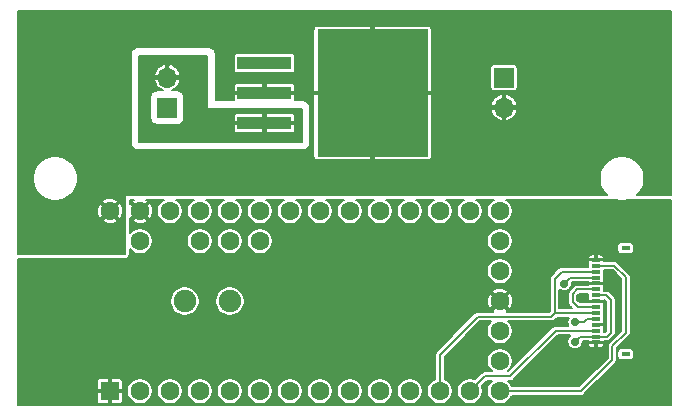
<source format=gbr>
G04 #@! TF.GenerationSoftware,KiCad,Pcbnew,(5.1.5)-2*
G04 #@! TF.CreationDate,2019-12-03T22:48:31+10:00*
G04 #@! TF.ProjectId,teensy-carrier,7465656e-7379-42d6-9361-72726965722e,rev?*
G04 #@! TF.SameCoordinates,Original*
G04 #@! TF.FileFunction,Copper,L1,Top*
G04 #@! TF.FilePolarity,Positive*
%FSLAX46Y46*%
G04 Gerber Fmt 4.6, Leading zero omitted, Abs format (unit mm)*
G04 Created by KiCad (PCBNEW (5.1.5)-2) date 2019-12-03 22:48:31*
%MOMM*%
%LPD*%
G04 APERTURE LIST*
%ADD10R,9.400000X10.800000*%
%ADD11R,4.600000X1.100000*%
%ADD12O,1.700000X1.700000*%
%ADD13R,1.700000X1.700000*%
%ADD14C,1.900000*%
%ADD15R,1.600000X1.600000*%
%ADD16C,1.600000*%
%ADD17R,0.800000X0.400000*%
%ADD18R,0.800000X0.300000*%
%ADD19C,0.700000*%
%ADD20C,0.200000*%
G04 APERTURE END LIST*
D10*
X697875000Y-372275000D03*
D11*
X688725000Y-374815000D03*
X688725000Y-372275000D03*
X688725000Y-369735000D03*
D12*
X709000000Y-373500000D03*
D13*
X709000000Y-370960000D03*
D14*
X681990000Y-389890000D03*
X685800000Y-389890000D03*
D15*
X675640000Y-397510000D03*
D16*
X678180000Y-397510000D03*
X680720000Y-397510000D03*
X683260000Y-397510000D03*
X685800000Y-397510000D03*
X688340000Y-397510000D03*
X690880000Y-397510000D03*
X693420000Y-397510000D03*
X695960000Y-397510000D03*
X698500000Y-397510000D03*
X701040000Y-397510000D03*
X703580000Y-397510000D03*
X706120000Y-397510000D03*
X688340000Y-384810000D03*
X685800000Y-384810000D03*
X683260000Y-384810000D03*
X678180000Y-384810000D03*
X675640000Y-382270000D03*
X678180000Y-382270000D03*
X680720000Y-382270000D03*
X683260000Y-382270000D03*
X685800000Y-382270000D03*
X688340000Y-382270000D03*
X690880000Y-382270000D03*
X693420000Y-382270000D03*
X695960000Y-382270000D03*
X698500000Y-382270000D03*
X701040000Y-382270000D03*
X703580000Y-382270000D03*
X706120000Y-382270000D03*
X708660000Y-397510000D03*
X708660000Y-394970000D03*
X708660000Y-392430000D03*
X708660000Y-382270000D03*
X708660000Y-384810000D03*
X708660000Y-387350000D03*
X708660000Y-389890000D03*
D17*
X719300000Y-385390000D03*
D18*
X716800000Y-386390000D03*
X716800000Y-386890000D03*
X716800000Y-387390000D03*
X716800000Y-387890000D03*
X716800000Y-388390000D03*
X716800000Y-388890000D03*
X716800000Y-389390000D03*
X716800000Y-389890000D03*
X716800000Y-390390000D03*
X716800000Y-390890000D03*
X716800000Y-391390000D03*
X716800000Y-391890000D03*
X716800000Y-392390000D03*
X716800000Y-392890000D03*
X716800000Y-393390000D03*
D17*
X719300000Y-394390000D03*
D12*
X680500000Y-370960000D03*
D13*
X680500000Y-373500000D03*
D19*
X690400000Y-369700000D03*
X688700000Y-369700000D03*
X687100000Y-369700000D03*
X716788000Y-385444994D03*
X716788000Y-394589004D03*
X715517948Y-389636000D03*
X718312000Y-388366000D03*
X702000000Y-376000000D03*
X700000000Y-376000000D03*
X698000000Y-376000000D03*
X702000000Y-374000000D03*
X700000000Y-374000000D03*
X698000000Y-374000000D03*
X702000000Y-372000000D03*
X700000000Y-372000000D03*
X698000000Y-372000000D03*
X702000000Y-370000000D03*
X700000000Y-370000000D03*
X698000000Y-370000000D03*
X696000000Y-376000000D03*
X696000000Y-374000000D03*
X696000000Y-372000000D03*
X696000000Y-370000000D03*
X694000000Y-376000000D03*
X694000000Y-374000000D03*
X694000000Y-372000000D03*
X694000000Y-370000000D03*
X702000000Y-368000000D03*
X700000000Y-368000000D03*
X698000000Y-368000000D03*
X696000000Y-368000000D03*
X694000000Y-368000000D03*
X715010000Y-391668000D03*
X714100000Y-388400000D03*
X715010000Y-393319000D03*
D20*
X716800000Y-385456994D02*
X716788000Y-385444994D01*
X716800000Y-386390000D02*
X716800000Y-385456994D01*
X716800000Y-394577004D02*
X716788000Y-394589004D01*
X716800000Y-393390000D02*
X716800000Y-394577004D01*
X716800000Y-389890000D02*
X716750001Y-389840001D01*
X715955998Y-389636000D02*
X715517948Y-389636000D01*
X716750001Y-389840001D02*
X716159999Y-389840001D01*
X716159999Y-389840001D02*
X715955998Y-389636000D01*
X716800000Y-388390000D02*
X718288000Y-388390000D01*
X718288000Y-388390000D02*
X718312000Y-388366000D01*
X708660000Y-397510000D02*
X715518000Y-397510000D01*
X715518000Y-397510000D02*
X718185000Y-394843000D01*
X718185000Y-393700000D02*
X719328000Y-392557000D01*
X719328000Y-392557000D02*
X719328000Y-387858000D01*
X719328000Y-387858000D02*
X718360000Y-386890000D01*
X718360000Y-386890000D02*
X716800000Y-386890000D01*
X718185000Y-394843000D02*
X718185000Y-393700000D01*
X713299998Y-390890000D02*
X716800000Y-390890000D01*
X713299998Y-388000002D02*
X713299998Y-390890000D01*
X716800000Y-387390000D02*
X713910000Y-387390000D01*
X713910000Y-387390000D02*
X713299998Y-388000002D01*
X703580000Y-394420000D02*
X703580000Y-396378630D01*
X706800000Y-391200000D02*
X703580000Y-394420000D01*
X703580000Y-396378630D02*
X703580000Y-397510000D01*
X713299998Y-390890000D02*
X712989998Y-391200000D01*
X712989998Y-391200000D02*
X706800000Y-391200000D01*
X715772000Y-391668000D02*
X715010000Y-391668000D01*
X716800000Y-391390000D02*
X716050000Y-391390000D01*
X716050000Y-391390000D02*
X715772000Y-391668000D01*
X714610000Y-387890000D02*
X714100000Y-388400000D01*
X716800000Y-387890000D02*
X714610000Y-387890000D01*
X714817947Y-389299999D02*
X715227946Y-388890000D01*
X714817947Y-389972001D02*
X714817947Y-389299999D01*
X715235946Y-390390000D02*
X714817947Y-389972001D01*
X716800000Y-390390000D02*
X715235946Y-390390000D01*
X716200000Y-388890000D02*
X716800000Y-388890000D01*
X715227946Y-388890000D02*
X716200000Y-388890000D01*
X718058000Y-392557000D02*
X718058000Y-389763000D01*
X717685000Y-389390000D02*
X716800000Y-389390000D01*
X718058000Y-389763000D02*
X717685000Y-389390000D01*
X717725000Y-392890000D02*
X718058000Y-392557000D01*
X716800000Y-392890000D02*
X717725000Y-392890000D01*
X715439000Y-392890000D02*
X715010000Y-393319000D01*
X716800000Y-392890000D02*
X715439000Y-392890000D01*
X709549000Y-396240000D02*
X707390000Y-396240000D01*
X713399000Y-392390000D02*
X709549000Y-396240000D01*
X707390000Y-396240000D02*
X706919999Y-396710001D01*
X706919999Y-396710001D02*
X706120000Y-397510000D01*
X716800000Y-392390000D02*
X713399000Y-392390000D01*
G36*
X723175001Y-380900000D02*
G01*
X720287005Y-380900000D01*
X720475826Y-380711179D01*
X720683758Y-380399987D01*
X720826984Y-380054209D01*
X720900000Y-379687134D01*
X720900000Y-379312866D01*
X720826984Y-378945791D01*
X720683758Y-378600013D01*
X720475826Y-378288821D01*
X720211179Y-378024174D01*
X719899987Y-377816242D01*
X719554209Y-377673016D01*
X719187134Y-377600000D01*
X718812866Y-377600000D01*
X718445791Y-377673016D01*
X718100013Y-377816242D01*
X717788821Y-378024174D01*
X717524174Y-378288821D01*
X717316242Y-378600013D01*
X717173016Y-378945791D01*
X717100000Y-379312866D01*
X717100000Y-379687134D01*
X717173016Y-380054209D01*
X717316242Y-380399987D01*
X717524174Y-380711179D01*
X717712995Y-380900000D01*
X677000000Y-380900000D01*
X676980491Y-380901921D01*
X676961732Y-380907612D01*
X676944443Y-380916853D01*
X676929289Y-380929289D01*
X676916853Y-380944443D01*
X676907612Y-380961732D01*
X676901921Y-380980491D01*
X676900000Y-381000000D01*
X676900000Y-385900000D01*
X667825000Y-385900000D01*
X667825000Y-383065819D01*
X674985602Y-383065819D01*
X675073874Y-383219335D01*
X675269958Y-383311540D01*
X675480263Y-383363719D01*
X675696706Y-383373867D01*
X675910970Y-383341593D01*
X676114821Y-383268139D01*
X676206126Y-383219335D01*
X676294398Y-383065819D01*
X675640000Y-382411421D01*
X674985602Y-383065819D01*
X667825000Y-383065819D01*
X667825000Y-382326706D01*
X674536133Y-382326706D01*
X674568407Y-382540970D01*
X674641861Y-382744821D01*
X674690665Y-382836126D01*
X674844181Y-382924398D01*
X675498579Y-382270000D01*
X675781421Y-382270000D01*
X676435819Y-382924398D01*
X676589335Y-382836126D01*
X676681540Y-382640042D01*
X676733719Y-382429737D01*
X676743867Y-382213294D01*
X676711593Y-381999030D01*
X676638139Y-381795179D01*
X676589335Y-381703874D01*
X676435819Y-381615602D01*
X675781421Y-382270000D01*
X675498579Y-382270000D01*
X674844181Y-381615602D01*
X674690665Y-381703874D01*
X674598460Y-381899958D01*
X674546281Y-382110263D01*
X674536133Y-382326706D01*
X667825000Y-382326706D01*
X667825000Y-381474181D01*
X674985602Y-381474181D01*
X675640000Y-382128579D01*
X676294398Y-381474181D01*
X676206126Y-381320665D01*
X676010042Y-381228460D01*
X675799737Y-381176281D01*
X675583294Y-381166133D01*
X675369030Y-381198407D01*
X675165179Y-381271861D01*
X675073874Y-381320665D01*
X674985602Y-381474181D01*
X667825000Y-381474181D01*
X667825000Y-379312866D01*
X669100000Y-379312866D01*
X669100000Y-379687134D01*
X669173016Y-380054209D01*
X669316242Y-380399987D01*
X669524174Y-380711179D01*
X669788821Y-380975826D01*
X670100013Y-381183758D01*
X670445791Y-381326984D01*
X670812866Y-381400000D01*
X671187134Y-381400000D01*
X671554209Y-381326984D01*
X671899987Y-381183758D01*
X672211179Y-380975826D01*
X672475826Y-380711179D01*
X672683758Y-380399987D01*
X672826984Y-380054209D01*
X672900000Y-379687134D01*
X672900000Y-379312866D01*
X672826984Y-378945791D01*
X672683758Y-378600013D01*
X672475826Y-378288821D01*
X672211179Y-378024174D01*
X671899987Y-377816242D01*
X671558999Y-377675000D01*
X692873548Y-377675000D01*
X692879340Y-377733810D01*
X692896495Y-377790361D01*
X692924352Y-377842478D01*
X692961841Y-377888159D01*
X693007522Y-377925648D01*
X693059639Y-377953505D01*
X693116190Y-377970660D01*
X693175000Y-377976452D01*
X697700000Y-377975000D01*
X697775000Y-377900000D01*
X697775000Y-372375000D01*
X697975000Y-372375000D01*
X697975000Y-377900000D01*
X698050000Y-377975000D01*
X702575000Y-377976452D01*
X702633810Y-377970660D01*
X702690361Y-377953505D01*
X702742478Y-377925648D01*
X702788159Y-377888159D01*
X702825648Y-377842478D01*
X702853505Y-377790361D01*
X702870660Y-377733810D01*
X702876452Y-377675000D01*
X702875370Y-373777987D01*
X707884104Y-373777987D01*
X707917721Y-373888823D01*
X708014372Y-374092494D01*
X708148900Y-374273396D01*
X708316136Y-374424577D01*
X708509652Y-374540227D01*
X708722012Y-374615901D01*
X708900000Y-374570649D01*
X708900000Y-373600000D01*
X709100000Y-373600000D01*
X709100000Y-374570649D01*
X709277988Y-374615901D01*
X709490348Y-374540227D01*
X709683864Y-374424577D01*
X709851100Y-374273396D01*
X709985628Y-374092494D01*
X710082279Y-373888823D01*
X710115896Y-373777987D01*
X710070339Y-373600000D01*
X709100000Y-373600000D01*
X708900000Y-373600000D01*
X707929661Y-373600000D01*
X707884104Y-373777987D01*
X702875370Y-373777987D01*
X702875216Y-373222013D01*
X707884104Y-373222013D01*
X707929661Y-373400000D01*
X708900000Y-373400000D01*
X708900000Y-372429351D01*
X709100000Y-372429351D01*
X709100000Y-373400000D01*
X710070339Y-373400000D01*
X710115896Y-373222013D01*
X710082279Y-373111177D01*
X709985628Y-372907506D01*
X709851100Y-372726604D01*
X709683864Y-372575423D01*
X709490348Y-372459773D01*
X709277988Y-372384099D01*
X709100000Y-372429351D01*
X708900000Y-372429351D01*
X708722012Y-372384099D01*
X708509652Y-372459773D01*
X708316136Y-372575423D01*
X708148900Y-372726604D01*
X708014372Y-372907506D01*
X707917721Y-373111177D01*
X707884104Y-373222013D01*
X702875216Y-373222013D01*
X702875000Y-372450000D01*
X702800000Y-372375000D01*
X697975000Y-372375000D01*
X697775000Y-372375000D01*
X692950000Y-372375000D01*
X692875000Y-372450000D01*
X692873548Y-377675000D01*
X671558999Y-377675000D01*
X671554209Y-377673016D01*
X671187134Y-377600000D01*
X670812866Y-377600000D01*
X670445791Y-377673016D01*
X670100013Y-377816242D01*
X669788821Y-378024174D01*
X669524174Y-378288821D01*
X669316242Y-378600013D01*
X669173016Y-378945791D01*
X669100000Y-379312866D01*
X667825000Y-379312866D01*
X667825000Y-369000000D01*
X677400000Y-369000000D01*
X677400000Y-376500000D01*
X677411529Y-376617054D01*
X677445672Y-376729610D01*
X677501118Y-376833342D01*
X677575736Y-376924264D01*
X677666658Y-376998882D01*
X677770390Y-377054328D01*
X677882946Y-377088471D01*
X678000000Y-377100000D01*
X692000000Y-377100000D01*
X692117054Y-377088471D01*
X692229610Y-377054328D01*
X692333342Y-376998882D01*
X692424264Y-376924264D01*
X692498882Y-376833342D01*
X692554328Y-376729610D01*
X692588471Y-376617054D01*
X692600000Y-376500000D01*
X692600000Y-373500000D01*
X692588471Y-373382946D01*
X692554328Y-373270390D01*
X692498882Y-373166658D01*
X692424264Y-373075736D01*
X692333342Y-373001118D01*
X692229610Y-372945672D01*
X692117054Y-372911529D01*
X692000000Y-372900000D01*
X691315749Y-372900000D01*
X691320660Y-372883810D01*
X691326452Y-372825000D01*
X691325000Y-372450000D01*
X691250000Y-372375000D01*
X688825000Y-372375000D01*
X688825000Y-372395000D01*
X688625000Y-372395000D01*
X688625000Y-372375000D01*
X686200000Y-372375000D01*
X686125000Y-372450000D01*
X686123548Y-372825000D01*
X686129340Y-372883810D01*
X686134251Y-372900000D01*
X684600000Y-372900000D01*
X684600000Y-371725000D01*
X686123548Y-371725000D01*
X686125000Y-372100000D01*
X686200000Y-372175000D01*
X688625000Y-372175000D01*
X688625000Y-371500000D01*
X688825000Y-371500000D01*
X688825000Y-372175000D01*
X691250000Y-372175000D01*
X691325000Y-372100000D01*
X691326452Y-371725000D01*
X691320660Y-371666190D01*
X691303505Y-371609639D01*
X691275648Y-371557522D01*
X691238159Y-371511841D01*
X691192478Y-371474352D01*
X691140361Y-371446495D01*
X691083810Y-371429340D01*
X691025000Y-371423548D01*
X688900000Y-371425000D01*
X688825000Y-371500000D01*
X688625000Y-371500000D01*
X688550000Y-371425000D01*
X686425000Y-371423548D01*
X686366190Y-371429340D01*
X686309639Y-371446495D01*
X686257522Y-371474352D01*
X686211841Y-371511841D01*
X686174352Y-371557522D01*
X686146495Y-371609639D01*
X686129340Y-371666190D01*
X686123548Y-371725000D01*
X684600000Y-371725000D01*
X684600000Y-369185000D01*
X686123549Y-369185000D01*
X686123549Y-370285000D01*
X686129341Y-370343810D01*
X686146496Y-370400360D01*
X686174353Y-370452477D01*
X686211842Y-370498158D01*
X686257523Y-370535647D01*
X686309640Y-370563504D01*
X686366190Y-370580659D01*
X686425000Y-370586451D01*
X691025000Y-370586451D01*
X691083810Y-370580659D01*
X691140360Y-370563504D01*
X691192477Y-370535647D01*
X691238158Y-370498158D01*
X691275647Y-370452477D01*
X691303504Y-370400360D01*
X691320659Y-370343810D01*
X691326451Y-370285000D01*
X691326451Y-369185000D01*
X691320659Y-369126190D01*
X691303504Y-369069640D01*
X691275647Y-369017523D01*
X691238158Y-368971842D01*
X691192477Y-368934353D01*
X691140360Y-368906496D01*
X691083810Y-368889341D01*
X691025000Y-368883549D01*
X686425000Y-368883549D01*
X686366190Y-368889341D01*
X686309640Y-368906496D01*
X686257523Y-368934353D01*
X686211842Y-368971842D01*
X686174353Y-369017523D01*
X686146496Y-369069640D01*
X686129341Y-369126190D01*
X686123549Y-369185000D01*
X684600000Y-369185000D01*
X684600000Y-369000000D01*
X684588471Y-368882946D01*
X684554328Y-368770390D01*
X684498882Y-368666658D01*
X684424264Y-368575736D01*
X684333342Y-368501118D01*
X684229610Y-368445672D01*
X684117054Y-368411529D01*
X684000000Y-368400000D01*
X678000000Y-368400000D01*
X677882946Y-368411529D01*
X677770390Y-368445672D01*
X677666658Y-368501118D01*
X677575736Y-368575736D01*
X677501118Y-368666658D01*
X677445672Y-368770390D01*
X677411529Y-368882946D01*
X677400000Y-369000000D01*
X667825000Y-369000000D01*
X667825000Y-366875000D01*
X692873548Y-366875000D01*
X692875000Y-372100000D01*
X692950000Y-372175000D01*
X697775000Y-372175000D01*
X697775000Y-366650000D01*
X697975000Y-366650000D01*
X697975000Y-372175000D01*
X702800000Y-372175000D01*
X702875000Y-372100000D01*
X702875553Y-370110000D01*
X707848549Y-370110000D01*
X707848549Y-371810000D01*
X707854341Y-371868810D01*
X707871496Y-371925360D01*
X707899353Y-371977477D01*
X707936842Y-372023158D01*
X707982523Y-372060647D01*
X708034640Y-372088504D01*
X708091190Y-372105659D01*
X708150000Y-372111451D01*
X709850000Y-372111451D01*
X709908810Y-372105659D01*
X709965360Y-372088504D01*
X710017477Y-372060647D01*
X710063158Y-372023158D01*
X710100647Y-371977477D01*
X710128504Y-371925360D01*
X710145659Y-371868810D01*
X710151451Y-371810000D01*
X710151451Y-370110000D01*
X710145659Y-370051190D01*
X710128504Y-369994640D01*
X710100647Y-369942523D01*
X710063158Y-369896842D01*
X710017477Y-369859353D01*
X709965360Y-369831496D01*
X709908810Y-369814341D01*
X709850000Y-369808549D01*
X708150000Y-369808549D01*
X708091190Y-369814341D01*
X708034640Y-369831496D01*
X707982523Y-369859353D01*
X707936842Y-369896842D01*
X707899353Y-369942523D01*
X707871496Y-369994640D01*
X707854341Y-370051190D01*
X707848549Y-370110000D01*
X702875553Y-370110000D01*
X702876452Y-366875000D01*
X702870660Y-366816190D01*
X702853505Y-366759639D01*
X702825648Y-366707522D01*
X702788159Y-366661841D01*
X702742478Y-366624352D01*
X702690361Y-366596495D01*
X702633810Y-366579340D01*
X702575000Y-366573548D01*
X698050000Y-366575000D01*
X697975000Y-366650000D01*
X697775000Y-366650000D01*
X697700000Y-366575000D01*
X693175000Y-366573548D01*
X693116190Y-366579340D01*
X693059639Y-366596495D01*
X693007522Y-366624352D01*
X692961841Y-366661841D01*
X692924352Y-366707522D01*
X692896495Y-366759639D01*
X692879340Y-366816190D01*
X692873548Y-366875000D01*
X667825000Y-366875000D01*
X667825000Y-365325000D01*
X723175001Y-365325000D01*
X723175001Y-380900000D01*
G37*
X723175001Y-380900000D02*
X720287005Y-380900000D01*
X720475826Y-380711179D01*
X720683758Y-380399987D01*
X720826984Y-380054209D01*
X720900000Y-379687134D01*
X720900000Y-379312866D01*
X720826984Y-378945791D01*
X720683758Y-378600013D01*
X720475826Y-378288821D01*
X720211179Y-378024174D01*
X719899987Y-377816242D01*
X719554209Y-377673016D01*
X719187134Y-377600000D01*
X718812866Y-377600000D01*
X718445791Y-377673016D01*
X718100013Y-377816242D01*
X717788821Y-378024174D01*
X717524174Y-378288821D01*
X717316242Y-378600013D01*
X717173016Y-378945791D01*
X717100000Y-379312866D01*
X717100000Y-379687134D01*
X717173016Y-380054209D01*
X717316242Y-380399987D01*
X717524174Y-380711179D01*
X717712995Y-380900000D01*
X677000000Y-380900000D01*
X676980491Y-380901921D01*
X676961732Y-380907612D01*
X676944443Y-380916853D01*
X676929289Y-380929289D01*
X676916853Y-380944443D01*
X676907612Y-380961732D01*
X676901921Y-380980491D01*
X676900000Y-381000000D01*
X676900000Y-385900000D01*
X667825000Y-385900000D01*
X667825000Y-383065819D01*
X674985602Y-383065819D01*
X675073874Y-383219335D01*
X675269958Y-383311540D01*
X675480263Y-383363719D01*
X675696706Y-383373867D01*
X675910970Y-383341593D01*
X676114821Y-383268139D01*
X676206126Y-383219335D01*
X676294398Y-383065819D01*
X675640000Y-382411421D01*
X674985602Y-383065819D01*
X667825000Y-383065819D01*
X667825000Y-382326706D01*
X674536133Y-382326706D01*
X674568407Y-382540970D01*
X674641861Y-382744821D01*
X674690665Y-382836126D01*
X674844181Y-382924398D01*
X675498579Y-382270000D01*
X675781421Y-382270000D01*
X676435819Y-382924398D01*
X676589335Y-382836126D01*
X676681540Y-382640042D01*
X676733719Y-382429737D01*
X676743867Y-382213294D01*
X676711593Y-381999030D01*
X676638139Y-381795179D01*
X676589335Y-381703874D01*
X676435819Y-381615602D01*
X675781421Y-382270000D01*
X675498579Y-382270000D01*
X674844181Y-381615602D01*
X674690665Y-381703874D01*
X674598460Y-381899958D01*
X674546281Y-382110263D01*
X674536133Y-382326706D01*
X667825000Y-382326706D01*
X667825000Y-381474181D01*
X674985602Y-381474181D01*
X675640000Y-382128579D01*
X676294398Y-381474181D01*
X676206126Y-381320665D01*
X676010042Y-381228460D01*
X675799737Y-381176281D01*
X675583294Y-381166133D01*
X675369030Y-381198407D01*
X675165179Y-381271861D01*
X675073874Y-381320665D01*
X674985602Y-381474181D01*
X667825000Y-381474181D01*
X667825000Y-379312866D01*
X669100000Y-379312866D01*
X669100000Y-379687134D01*
X669173016Y-380054209D01*
X669316242Y-380399987D01*
X669524174Y-380711179D01*
X669788821Y-380975826D01*
X670100013Y-381183758D01*
X670445791Y-381326984D01*
X670812866Y-381400000D01*
X671187134Y-381400000D01*
X671554209Y-381326984D01*
X671899987Y-381183758D01*
X672211179Y-380975826D01*
X672475826Y-380711179D01*
X672683758Y-380399987D01*
X672826984Y-380054209D01*
X672900000Y-379687134D01*
X672900000Y-379312866D01*
X672826984Y-378945791D01*
X672683758Y-378600013D01*
X672475826Y-378288821D01*
X672211179Y-378024174D01*
X671899987Y-377816242D01*
X671558999Y-377675000D01*
X692873548Y-377675000D01*
X692879340Y-377733810D01*
X692896495Y-377790361D01*
X692924352Y-377842478D01*
X692961841Y-377888159D01*
X693007522Y-377925648D01*
X693059639Y-377953505D01*
X693116190Y-377970660D01*
X693175000Y-377976452D01*
X697700000Y-377975000D01*
X697775000Y-377900000D01*
X697775000Y-372375000D01*
X697975000Y-372375000D01*
X697975000Y-377900000D01*
X698050000Y-377975000D01*
X702575000Y-377976452D01*
X702633810Y-377970660D01*
X702690361Y-377953505D01*
X702742478Y-377925648D01*
X702788159Y-377888159D01*
X702825648Y-377842478D01*
X702853505Y-377790361D01*
X702870660Y-377733810D01*
X702876452Y-377675000D01*
X702875370Y-373777987D01*
X707884104Y-373777987D01*
X707917721Y-373888823D01*
X708014372Y-374092494D01*
X708148900Y-374273396D01*
X708316136Y-374424577D01*
X708509652Y-374540227D01*
X708722012Y-374615901D01*
X708900000Y-374570649D01*
X708900000Y-373600000D01*
X709100000Y-373600000D01*
X709100000Y-374570649D01*
X709277988Y-374615901D01*
X709490348Y-374540227D01*
X709683864Y-374424577D01*
X709851100Y-374273396D01*
X709985628Y-374092494D01*
X710082279Y-373888823D01*
X710115896Y-373777987D01*
X710070339Y-373600000D01*
X709100000Y-373600000D01*
X708900000Y-373600000D01*
X707929661Y-373600000D01*
X707884104Y-373777987D01*
X702875370Y-373777987D01*
X702875216Y-373222013D01*
X707884104Y-373222013D01*
X707929661Y-373400000D01*
X708900000Y-373400000D01*
X708900000Y-372429351D01*
X709100000Y-372429351D01*
X709100000Y-373400000D01*
X710070339Y-373400000D01*
X710115896Y-373222013D01*
X710082279Y-373111177D01*
X709985628Y-372907506D01*
X709851100Y-372726604D01*
X709683864Y-372575423D01*
X709490348Y-372459773D01*
X709277988Y-372384099D01*
X709100000Y-372429351D01*
X708900000Y-372429351D01*
X708722012Y-372384099D01*
X708509652Y-372459773D01*
X708316136Y-372575423D01*
X708148900Y-372726604D01*
X708014372Y-372907506D01*
X707917721Y-373111177D01*
X707884104Y-373222013D01*
X702875216Y-373222013D01*
X702875000Y-372450000D01*
X702800000Y-372375000D01*
X697975000Y-372375000D01*
X697775000Y-372375000D01*
X692950000Y-372375000D01*
X692875000Y-372450000D01*
X692873548Y-377675000D01*
X671558999Y-377675000D01*
X671554209Y-377673016D01*
X671187134Y-377600000D01*
X670812866Y-377600000D01*
X670445791Y-377673016D01*
X670100013Y-377816242D01*
X669788821Y-378024174D01*
X669524174Y-378288821D01*
X669316242Y-378600013D01*
X669173016Y-378945791D01*
X669100000Y-379312866D01*
X667825000Y-379312866D01*
X667825000Y-369000000D01*
X677400000Y-369000000D01*
X677400000Y-376500000D01*
X677411529Y-376617054D01*
X677445672Y-376729610D01*
X677501118Y-376833342D01*
X677575736Y-376924264D01*
X677666658Y-376998882D01*
X677770390Y-377054328D01*
X677882946Y-377088471D01*
X678000000Y-377100000D01*
X692000000Y-377100000D01*
X692117054Y-377088471D01*
X692229610Y-377054328D01*
X692333342Y-376998882D01*
X692424264Y-376924264D01*
X692498882Y-376833342D01*
X692554328Y-376729610D01*
X692588471Y-376617054D01*
X692600000Y-376500000D01*
X692600000Y-373500000D01*
X692588471Y-373382946D01*
X692554328Y-373270390D01*
X692498882Y-373166658D01*
X692424264Y-373075736D01*
X692333342Y-373001118D01*
X692229610Y-372945672D01*
X692117054Y-372911529D01*
X692000000Y-372900000D01*
X691315749Y-372900000D01*
X691320660Y-372883810D01*
X691326452Y-372825000D01*
X691325000Y-372450000D01*
X691250000Y-372375000D01*
X688825000Y-372375000D01*
X688825000Y-372395000D01*
X688625000Y-372395000D01*
X688625000Y-372375000D01*
X686200000Y-372375000D01*
X686125000Y-372450000D01*
X686123548Y-372825000D01*
X686129340Y-372883810D01*
X686134251Y-372900000D01*
X684600000Y-372900000D01*
X684600000Y-371725000D01*
X686123548Y-371725000D01*
X686125000Y-372100000D01*
X686200000Y-372175000D01*
X688625000Y-372175000D01*
X688625000Y-371500000D01*
X688825000Y-371500000D01*
X688825000Y-372175000D01*
X691250000Y-372175000D01*
X691325000Y-372100000D01*
X691326452Y-371725000D01*
X691320660Y-371666190D01*
X691303505Y-371609639D01*
X691275648Y-371557522D01*
X691238159Y-371511841D01*
X691192478Y-371474352D01*
X691140361Y-371446495D01*
X691083810Y-371429340D01*
X691025000Y-371423548D01*
X688900000Y-371425000D01*
X688825000Y-371500000D01*
X688625000Y-371500000D01*
X688550000Y-371425000D01*
X686425000Y-371423548D01*
X686366190Y-371429340D01*
X686309639Y-371446495D01*
X686257522Y-371474352D01*
X686211841Y-371511841D01*
X686174352Y-371557522D01*
X686146495Y-371609639D01*
X686129340Y-371666190D01*
X686123548Y-371725000D01*
X684600000Y-371725000D01*
X684600000Y-369185000D01*
X686123549Y-369185000D01*
X686123549Y-370285000D01*
X686129341Y-370343810D01*
X686146496Y-370400360D01*
X686174353Y-370452477D01*
X686211842Y-370498158D01*
X686257523Y-370535647D01*
X686309640Y-370563504D01*
X686366190Y-370580659D01*
X686425000Y-370586451D01*
X691025000Y-370586451D01*
X691083810Y-370580659D01*
X691140360Y-370563504D01*
X691192477Y-370535647D01*
X691238158Y-370498158D01*
X691275647Y-370452477D01*
X691303504Y-370400360D01*
X691320659Y-370343810D01*
X691326451Y-370285000D01*
X691326451Y-369185000D01*
X691320659Y-369126190D01*
X691303504Y-369069640D01*
X691275647Y-369017523D01*
X691238158Y-368971842D01*
X691192477Y-368934353D01*
X691140360Y-368906496D01*
X691083810Y-368889341D01*
X691025000Y-368883549D01*
X686425000Y-368883549D01*
X686366190Y-368889341D01*
X686309640Y-368906496D01*
X686257523Y-368934353D01*
X686211842Y-368971842D01*
X686174353Y-369017523D01*
X686146496Y-369069640D01*
X686129341Y-369126190D01*
X686123549Y-369185000D01*
X684600000Y-369185000D01*
X684600000Y-369000000D01*
X684588471Y-368882946D01*
X684554328Y-368770390D01*
X684498882Y-368666658D01*
X684424264Y-368575736D01*
X684333342Y-368501118D01*
X684229610Y-368445672D01*
X684117054Y-368411529D01*
X684000000Y-368400000D01*
X678000000Y-368400000D01*
X677882946Y-368411529D01*
X677770390Y-368445672D01*
X677666658Y-368501118D01*
X677575736Y-368575736D01*
X677501118Y-368666658D01*
X677445672Y-368770390D01*
X677411529Y-368882946D01*
X677400000Y-369000000D01*
X667825000Y-369000000D01*
X667825000Y-366875000D01*
X692873548Y-366875000D01*
X692875000Y-372100000D01*
X692950000Y-372175000D01*
X697775000Y-372175000D01*
X697775000Y-366650000D01*
X697975000Y-366650000D01*
X697975000Y-372175000D01*
X702800000Y-372175000D01*
X702875000Y-372100000D01*
X702875553Y-370110000D01*
X707848549Y-370110000D01*
X707848549Y-371810000D01*
X707854341Y-371868810D01*
X707871496Y-371925360D01*
X707899353Y-371977477D01*
X707936842Y-372023158D01*
X707982523Y-372060647D01*
X708034640Y-372088504D01*
X708091190Y-372105659D01*
X708150000Y-372111451D01*
X709850000Y-372111451D01*
X709908810Y-372105659D01*
X709965360Y-372088504D01*
X710017477Y-372060647D01*
X710063158Y-372023158D01*
X710100647Y-371977477D01*
X710128504Y-371925360D01*
X710145659Y-371868810D01*
X710151451Y-371810000D01*
X710151451Y-370110000D01*
X710145659Y-370051190D01*
X710128504Y-369994640D01*
X710100647Y-369942523D01*
X710063158Y-369896842D01*
X710017477Y-369859353D01*
X709965360Y-369831496D01*
X709908810Y-369814341D01*
X709850000Y-369808549D01*
X708150000Y-369808549D01*
X708091190Y-369814341D01*
X708034640Y-369831496D01*
X707982523Y-369859353D01*
X707936842Y-369896842D01*
X707899353Y-369942523D01*
X707871496Y-369994640D01*
X707854341Y-370051190D01*
X707848549Y-370110000D01*
X702875553Y-370110000D01*
X702876452Y-366875000D01*
X702870660Y-366816190D01*
X702853505Y-366759639D01*
X702825648Y-366707522D01*
X702788159Y-366661841D01*
X702742478Y-366624352D01*
X702690361Y-366596495D01*
X702633810Y-366579340D01*
X702575000Y-366573548D01*
X698050000Y-366575000D01*
X697975000Y-366650000D01*
X697775000Y-366650000D01*
X697700000Y-366575000D01*
X693175000Y-366573548D01*
X693116190Y-366579340D01*
X693059639Y-366596495D01*
X693007522Y-366624352D01*
X692961841Y-366661841D01*
X692924352Y-366707522D01*
X692896495Y-366759639D01*
X692879340Y-366816190D01*
X692873548Y-366875000D01*
X667825000Y-366875000D01*
X667825000Y-365325000D01*
X723175001Y-365325000D01*
X723175001Y-380900000D01*
G36*
X677613874Y-381320665D02*
G01*
X677525602Y-381474181D01*
X678180000Y-382128579D01*
X678834398Y-381474181D01*
X678746126Y-381320665D01*
X678702180Y-381300000D01*
X680191761Y-381300000D01*
X680018791Y-381415575D01*
X679865575Y-381568791D01*
X679745193Y-381748955D01*
X679662273Y-381949142D01*
X679620000Y-382161659D01*
X679620000Y-382378341D01*
X679662273Y-382590858D01*
X679745193Y-382791045D01*
X679865575Y-382971209D01*
X680018791Y-383124425D01*
X680198955Y-383244807D01*
X680399142Y-383327727D01*
X680611659Y-383370000D01*
X680828341Y-383370000D01*
X681040858Y-383327727D01*
X681241045Y-383244807D01*
X681421209Y-383124425D01*
X681574425Y-382971209D01*
X681694807Y-382791045D01*
X681777727Y-382590858D01*
X681820000Y-382378341D01*
X681820000Y-382161659D01*
X681777727Y-381949142D01*
X681694807Y-381748955D01*
X681574425Y-381568791D01*
X681421209Y-381415575D01*
X681248239Y-381300000D01*
X682731761Y-381300000D01*
X682558791Y-381415575D01*
X682405575Y-381568791D01*
X682285193Y-381748955D01*
X682202273Y-381949142D01*
X682160000Y-382161659D01*
X682160000Y-382378341D01*
X682202273Y-382590858D01*
X682285193Y-382791045D01*
X682405575Y-382971209D01*
X682558791Y-383124425D01*
X682738955Y-383244807D01*
X682939142Y-383327727D01*
X683151659Y-383370000D01*
X683368341Y-383370000D01*
X683580858Y-383327727D01*
X683781045Y-383244807D01*
X683961209Y-383124425D01*
X684114425Y-382971209D01*
X684234807Y-382791045D01*
X684317727Y-382590858D01*
X684360000Y-382378341D01*
X684360000Y-382161659D01*
X684317727Y-381949142D01*
X684234807Y-381748955D01*
X684114425Y-381568791D01*
X683961209Y-381415575D01*
X683788239Y-381300000D01*
X685271761Y-381300000D01*
X685098791Y-381415575D01*
X684945575Y-381568791D01*
X684825193Y-381748955D01*
X684742273Y-381949142D01*
X684700000Y-382161659D01*
X684700000Y-382378341D01*
X684742273Y-382590858D01*
X684825193Y-382791045D01*
X684945575Y-382971209D01*
X685098791Y-383124425D01*
X685278955Y-383244807D01*
X685479142Y-383327727D01*
X685691659Y-383370000D01*
X685908341Y-383370000D01*
X686120858Y-383327727D01*
X686321045Y-383244807D01*
X686501209Y-383124425D01*
X686654425Y-382971209D01*
X686774807Y-382791045D01*
X686857727Y-382590858D01*
X686900000Y-382378341D01*
X686900000Y-382161659D01*
X686857727Y-381949142D01*
X686774807Y-381748955D01*
X686654425Y-381568791D01*
X686501209Y-381415575D01*
X686328239Y-381300000D01*
X687811761Y-381300000D01*
X687638791Y-381415575D01*
X687485575Y-381568791D01*
X687365193Y-381748955D01*
X687282273Y-381949142D01*
X687240000Y-382161659D01*
X687240000Y-382378341D01*
X687282273Y-382590858D01*
X687365193Y-382791045D01*
X687485575Y-382971209D01*
X687638791Y-383124425D01*
X687818955Y-383244807D01*
X688019142Y-383327727D01*
X688231659Y-383370000D01*
X688448341Y-383370000D01*
X688660858Y-383327727D01*
X688861045Y-383244807D01*
X689041209Y-383124425D01*
X689194425Y-382971209D01*
X689314807Y-382791045D01*
X689397727Y-382590858D01*
X689440000Y-382378341D01*
X689440000Y-382161659D01*
X689397727Y-381949142D01*
X689314807Y-381748955D01*
X689194425Y-381568791D01*
X689041209Y-381415575D01*
X688868239Y-381300000D01*
X690351761Y-381300000D01*
X690178791Y-381415575D01*
X690025575Y-381568791D01*
X689905193Y-381748955D01*
X689822273Y-381949142D01*
X689780000Y-382161659D01*
X689780000Y-382378341D01*
X689822273Y-382590858D01*
X689905193Y-382791045D01*
X690025575Y-382971209D01*
X690178791Y-383124425D01*
X690358955Y-383244807D01*
X690559142Y-383327727D01*
X690771659Y-383370000D01*
X690988341Y-383370000D01*
X691200858Y-383327727D01*
X691401045Y-383244807D01*
X691581209Y-383124425D01*
X691734425Y-382971209D01*
X691854807Y-382791045D01*
X691937727Y-382590858D01*
X691980000Y-382378341D01*
X691980000Y-382161659D01*
X691937727Y-381949142D01*
X691854807Y-381748955D01*
X691734425Y-381568791D01*
X691581209Y-381415575D01*
X691408239Y-381300000D01*
X692891761Y-381300000D01*
X692718791Y-381415575D01*
X692565575Y-381568791D01*
X692445193Y-381748955D01*
X692362273Y-381949142D01*
X692320000Y-382161659D01*
X692320000Y-382378341D01*
X692362273Y-382590858D01*
X692445193Y-382791045D01*
X692565575Y-382971209D01*
X692718791Y-383124425D01*
X692898955Y-383244807D01*
X693099142Y-383327727D01*
X693311659Y-383370000D01*
X693528341Y-383370000D01*
X693740858Y-383327727D01*
X693941045Y-383244807D01*
X694121209Y-383124425D01*
X694274425Y-382971209D01*
X694394807Y-382791045D01*
X694477727Y-382590858D01*
X694520000Y-382378341D01*
X694520000Y-382161659D01*
X694477727Y-381949142D01*
X694394807Y-381748955D01*
X694274425Y-381568791D01*
X694121209Y-381415575D01*
X693948239Y-381300000D01*
X695431761Y-381300000D01*
X695258791Y-381415575D01*
X695105575Y-381568791D01*
X694985193Y-381748955D01*
X694902273Y-381949142D01*
X694860000Y-382161659D01*
X694860000Y-382378341D01*
X694902273Y-382590858D01*
X694985193Y-382791045D01*
X695105575Y-382971209D01*
X695258791Y-383124425D01*
X695438955Y-383244807D01*
X695639142Y-383327727D01*
X695851659Y-383370000D01*
X696068341Y-383370000D01*
X696280858Y-383327727D01*
X696481045Y-383244807D01*
X696661209Y-383124425D01*
X696814425Y-382971209D01*
X696934807Y-382791045D01*
X697017727Y-382590858D01*
X697060000Y-382378341D01*
X697060000Y-382161659D01*
X697017727Y-381949142D01*
X696934807Y-381748955D01*
X696814425Y-381568791D01*
X696661209Y-381415575D01*
X696488239Y-381300000D01*
X697971761Y-381300000D01*
X697798791Y-381415575D01*
X697645575Y-381568791D01*
X697525193Y-381748955D01*
X697442273Y-381949142D01*
X697400000Y-382161659D01*
X697400000Y-382378341D01*
X697442273Y-382590858D01*
X697525193Y-382791045D01*
X697645575Y-382971209D01*
X697798791Y-383124425D01*
X697978955Y-383244807D01*
X698179142Y-383327727D01*
X698391659Y-383370000D01*
X698608341Y-383370000D01*
X698820858Y-383327727D01*
X699021045Y-383244807D01*
X699201209Y-383124425D01*
X699354425Y-382971209D01*
X699474807Y-382791045D01*
X699557727Y-382590858D01*
X699600000Y-382378341D01*
X699600000Y-382161659D01*
X699557727Y-381949142D01*
X699474807Y-381748955D01*
X699354425Y-381568791D01*
X699201209Y-381415575D01*
X699028239Y-381300000D01*
X700511761Y-381300000D01*
X700338791Y-381415575D01*
X700185575Y-381568791D01*
X700065193Y-381748955D01*
X699982273Y-381949142D01*
X699940000Y-382161659D01*
X699940000Y-382378341D01*
X699982273Y-382590858D01*
X700065193Y-382791045D01*
X700185575Y-382971209D01*
X700338791Y-383124425D01*
X700518955Y-383244807D01*
X700719142Y-383327727D01*
X700931659Y-383370000D01*
X701148341Y-383370000D01*
X701360858Y-383327727D01*
X701561045Y-383244807D01*
X701741209Y-383124425D01*
X701894425Y-382971209D01*
X702014807Y-382791045D01*
X702097727Y-382590858D01*
X702140000Y-382378341D01*
X702140000Y-382161659D01*
X702097727Y-381949142D01*
X702014807Y-381748955D01*
X701894425Y-381568791D01*
X701741209Y-381415575D01*
X701568239Y-381300000D01*
X703051761Y-381300000D01*
X702878791Y-381415575D01*
X702725575Y-381568791D01*
X702605193Y-381748955D01*
X702522273Y-381949142D01*
X702480000Y-382161659D01*
X702480000Y-382378341D01*
X702522273Y-382590858D01*
X702605193Y-382791045D01*
X702725575Y-382971209D01*
X702878791Y-383124425D01*
X703058955Y-383244807D01*
X703259142Y-383327727D01*
X703471659Y-383370000D01*
X703688341Y-383370000D01*
X703900858Y-383327727D01*
X704101045Y-383244807D01*
X704281209Y-383124425D01*
X704434425Y-382971209D01*
X704554807Y-382791045D01*
X704637727Y-382590858D01*
X704680000Y-382378341D01*
X704680000Y-382161659D01*
X704637727Y-381949142D01*
X704554807Y-381748955D01*
X704434425Y-381568791D01*
X704281209Y-381415575D01*
X704108239Y-381300000D01*
X705591761Y-381300000D01*
X705418791Y-381415575D01*
X705265575Y-381568791D01*
X705145193Y-381748955D01*
X705062273Y-381949142D01*
X705020000Y-382161659D01*
X705020000Y-382378341D01*
X705062273Y-382590858D01*
X705145193Y-382791045D01*
X705265575Y-382971209D01*
X705418791Y-383124425D01*
X705598955Y-383244807D01*
X705799142Y-383327727D01*
X706011659Y-383370000D01*
X706228341Y-383370000D01*
X706440858Y-383327727D01*
X706641045Y-383244807D01*
X706821209Y-383124425D01*
X706974425Y-382971209D01*
X707094807Y-382791045D01*
X707177727Y-382590858D01*
X707220000Y-382378341D01*
X707220000Y-382161659D01*
X707177727Y-381949142D01*
X707094807Y-381748955D01*
X706974425Y-381568791D01*
X706821209Y-381415575D01*
X706648239Y-381300000D01*
X708131761Y-381300000D01*
X707958791Y-381415575D01*
X707805575Y-381568791D01*
X707685193Y-381748955D01*
X707602273Y-381949142D01*
X707560000Y-382161659D01*
X707560000Y-382378341D01*
X707602273Y-382590858D01*
X707685193Y-382791045D01*
X707805575Y-382971209D01*
X707958791Y-383124425D01*
X708138955Y-383244807D01*
X708339142Y-383327727D01*
X708551659Y-383370000D01*
X708768341Y-383370000D01*
X708980858Y-383327727D01*
X709181045Y-383244807D01*
X709361209Y-383124425D01*
X709514425Y-382971209D01*
X709634807Y-382791045D01*
X709717727Y-382590858D01*
X709760000Y-382378341D01*
X709760000Y-382161659D01*
X709717727Y-381949142D01*
X709634807Y-381748955D01*
X709514425Y-381568791D01*
X709361209Y-381415575D01*
X709188239Y-381300000D01*
X718380646Y-381300000D01*
X718445791Y-381326984D01*
X718812866Y-381400000D01*
X719187134Y-381400000D01*
X719554209Y-381326984D01*
X719619354Y-381300000D01*
X723175001Y-381300000D01*
X723175000Y-398675000D01*
X667825000Y-398675000D01*
X667825000Y-398310000D01*
X674538548Y-398310000D01*
X674544340Y-398368810D01*
X674561495Y-398425361D01*
X674589352Y-398477478D01*
X674626841Y-398523159D01*
X674672522Y-398560648D01*
X674724639Y-398588505D01*
X674781190Y-398605660D01*
X674840000Y-398611452D01*
X675465000Y-398610000D01*
X675540000Y-398535000D01*
X675540000Y-397610000D01*
X675740000Y-397610000D01*
X675740000Y-398535000D01*
X675815000Y-398610000D01*
X676440000Y-398611452D01*
X676498810Y-398605660D01*
X676555361Y-398588505D01*
X676607478Y-398560648D01*
X676653159Y-398523159D01*
X676690648Y-398477478D01*
X676718505Y-398425361D01*
X676735660Y-398368810D01*
X676741452Y-398310000D01*
X676740000Y-397685000D01*
X676665000Y-397610000D01*
X675740000Y-397610000D01*
X675540000Y-397610000D01*
X674615000Y-397610000D01*
X674540000Y-397685000D01*
X674538548Y-398310000D01*
X667825000Y-398310000D01*
X667825000Y-396710000D01*
X674538548Y-396710000D01*
X674540000Y-397335000D01*
X674615000Y-397410000D01*
X675540000Y-397410000D01*
X675540000Y-396485000D01*
X675740000Y-396485000D01*
X675740000Y-397410000D01*
X676665000Y-397410000D01*
X676673341Y-397401659D01*
X677080000Y-397401659D01*
X677080000Y-397618341D01*
X677122273Y-397830858D01*
X677205193Y-398031045D01*
X677325575Y-398211209D01*
X677478791Y-398364425D01*
X677658955Y-398484807D01*
X677859142Y-398567727D01*
X678071659Y-398610000D01*
X678288341Y-398610000D01*
X678500858Y-398567727D01*
X678701045Y-398484807D01*
X678881209Y-398364425D01*
X679034425Y-398211209D01*
X679154807Y-398031045D01*
X679237727Y-397830858D01*
X679280000Y-397618341D01*
X679280000Y-397401659D01*
X679620000Y-397401659D01*
X679620000Y-397618341D01*
X679662273Y-397830858D01*
X679745193Y-398031045D01*
X679865575Y-398211209D01*
X680018791Y-398364425D01*
X680198955Y-398484807D01*
X680399142Y-398567727D01*
X680611659Y-398610000D01*
X680828341Y-398610000D01*
X681040858Y-398567727D01*
X681241045Y-398484807D01*
X681421209Y-398364425D01*
X681574425Y-398211209D01*
X681694807Y-398031045D01*
X681777727Y-397830858D01*
X681820000Y-397618341D01*
X681820000Y-397401659D01*
X682160000Y-397401659D01*
X682160000Y-397618341D01*
X682202273Y-397830858D01*
X682285193Y-398031045D01*
X682405575Y-398211209D01*
X682558791Y-398364425D01*
X682738955Y-398484807D01*
X682939142Y-398567727D01*
X683151659Y-398610000D01*
X683368341Y-398610000D01*
X683580858Y-398567727D01*
X683781045Y-398484807D01*
X683961209Y-398364425D01*
X684114425Y-398211209D01*
X684234807Y-398031045D01*
X684317727Y-397830858D01*
X684360000Y-397618341D01*
X684360000Y-397401659D01*
X684700000Y-397401659D01*
X684700000Y-397618341D01*
X684742273Y-397830858D01*
X684825193Y-398031045D01*
X684945575Y-398211209D01*
X685098791Y-398364425D01*
X685278955Y-398484807D01*
X685479142Y-398567727D01*
X685691659Y-398610000D01*
X685908341Y-398610000D01*
X686120858Y-398567727D01*
X686321045Y-398484807D01*
X686501209Y-398364425D01*
X686654425Y-398211209D01*
X686774807Y-398031045D01*
X686857727Y-397830858D01*
X686900000Y-397618341D01*
X686900000Y-397401659D01*
X687240000Y-397401659D01*
X687240000Y-397618341D01*
X687282273Y-397830858D01*
X687365193Y-398031045D01*
X687485575Y-398211209D01*
X687638791Y-398364425D01*
X687818955Y-398484807D01*
X688019142Y-398567727D01*
X688231659Y-398610000D01*
X688448341Y-398610000D01*
X688660858Y-398567727D01*
X688861045Y-398484807D01*
X689041209Y-398364425D01*
X689194425Y-398211209D01*
X689314807Y-398031045D01*
X689397727Y-397830858D01*
X689440000Y-397618341D01*
X689440000Y-397401659D01*
X689780000Y-397401659D01*
X689780000Y-397618341D01*
X689822273Y-397830858D01*
X689905193Y-398031045D01*
X690025575Y-398211209D01*
X690178791Y-398364425D01*
X690358955Y-398484807D01*
X690559142Y-398567727D01*
X690771659Y-398610000D01*
X690988341Y-398610000D01*
X691200858Y-398567727D01*
X691401045Y-398484807D01*
X691581209Y-398364425D01*
X691734425Y-398211209D01*
X691854807Y-398031045D01*
X691937727Y-397830858D01*
X691980000Y-397618341D01*
X691980000Y-397401659D01*
X692320000Y-397401659D01*
X692320000Y-397618341D01*
X692362273Y-397830858D01*
X692445193Y-398031045D01*
X692565575Y-398211209D01*
X692718791Y-398364425D01*
X692898955Y-398484807D01*
X693099142Y-398567727D01*
X693311659Y-398610000D01*
X693528341Y-398610000D01*
X693740858Y-398567727D01*
X693941045Y-398484807D01*
X694121209Y-398364425D01*
X694274425Y-398211209D01*
X694394807Y-398031045D01*
X694477727Y-397830858D01*
X694520000Y-397618341D01*
X694520000Y-397401659D01*
X694860000Y-397401659D01*
X694860000Y-397618341D01*
X694902273Y-397830858D01*
X694985193Y-398031045D01*
X695105575Y-398211209D01*
X695258791Y-398364425D01*
X695438955Y-398484807D01*
X695639142Y-398567727D01*
X695851659Y-398610000D01*
X696068341Y-398610000D01*
X696280858Y-398567727D01*
X696481045Y-398484807D01*
X696661209Y-398364425D01*
X696814425Y-398211209D01*
X696934807Y-398031045D01*
X697017727Y-397830858D01*
X697060000Y-397618341D01*
X697060000Y-397401659D01*
X697400000Y-397401659D01*
X697400000Y-397618341D01*
X697442273Y-397830858D01*
X697525193Y-398031045D01*
X697645575Y-398211209D01*
X697798791Y-398364425D01*
X697978955Y-398484807D01*
X698179142Y-398567727D01*
X698391659Y-398610000D01*
X698608341Y-398610000D01*
X698820858Y-398567727D01*
X699021045Y-398484807D01*
X699201209Y-398364425D01*
X699354425Y-398211209D01*
X699474807Y-398031045D01*
X699557727Y-397830858D01*
X699600000Y-397618341D01*
X699600000Y-397401659D01*
X699940000Y-397401659D01*
X699940000Y-397618341D01*
X699982273Y-397830858D01*
X700065193Y-398031045D01*
X700185575Y-398211209D01*
X700338791Y-398364425D01*
X700518955Y-398484807D01*
X700719142Y-398567727D01*
X700931659Y-398610000D01*
X701148341Y-398610000D01*
X701360858Y-398567727D01*
X701561045Y-398484807D01*
X701741209Y-398364425D01*
X701894425Y-398211209D01*
X702014807Y-398031045D01*
X702097727Y-397830858D01*
X702140000Y-397618341D01*
X702140000Y-397401659D01*
X702480000Y-397401659D01*
X702480000Y-397618341D01*
X702522273Y-397830858D01*
X702605193Y-398031045D01*
X702725575Y-398211209D01*
X702878791Y-398364425D01*
X703058955Y-398484807D01*
X703259142Y-398567727D01*
X703471659Y-398610000D01*
X703688341Y-398610000D01*
X703900858Y-398567727D01*
X704101045Y-398484807D01*
X704281209Y-398364425D01*
X704434425Y-398211209D01*
X704554807Y-398031045D01*
X704637727Y-397830858D01*
X704680000Y-397618341D01*
X704680000Y-397401659D01*
X704637727Y-397189142D01*
X704554807Y-396988955D01*
X704434425Y-396808791D01*
X704281209Y-396655575D01*
X704101045Y-396535193D01*
X703980000Y-396485055D01*
X703980000Y-394585685D01*
X706965685Y-391600000D01*
X707934366Y-391600000D01*
X707805575Y-391728791D01*
X707685193Y-391908955D01*
X707602273Y-392109142D01*
X707560000Y-392321659D01*
X707560000Y-392538341D01*
X707602273Y-392750858D01*
X707685193Y-392951045D01*
X707805575Y-393131209D01*
X707958791Y-393284425D01*
X708138955Y-393404807D01*
X708339142Y-393487727D01*
X708551659Y-393530000D01*
X708768341Y-393530000D01*
X708980858Y-393487727D01*
X709181045Y-393404807D01*
X709361209Y-393284425D01*
X709514425Y-393131209D01*
X709634807Y-392951045D01*
X709717727Y-392750858D01*
X709760000Y-392538341D01*
X709760000Y-392321659D01*
X709717727Y-392109142D01*
X709634807Y-391908955D01*
X709514425Y-391728791D01*
X709385634Y-391600000D01*
X712970352Y-391600000D01*
X712989998Y-391601935D01*
X713009644Y-391600000D01*
X713009645Y-391600000D01*
X713068412Y-391594212D01*
X713143812Y-391571340D01*
X713213301Y-391534197D01*
X713274209Y-391484211D01*
X713286735Y-391468948D01*
X713465684Y-391290000D01*
X714480823Y-391290000D01*
X714433978Y-391360110D01*
X714384979Y-391478402D01*
X714360000Y-391603981D01*
X714360000Y-391732019D01*
X714384979Y-391857598D01*
X714433978Y-391975890D01*
X714443406Y-391990000D01*
X713418635Y-391990000D01*
X713398999Y-391988066D01*
X713379363Y-391990000D01*
X713379353Y-391990000D01*
X713320586Y-391995788D01*
X713245186Y-392018660D01*
X713175697Y-392055803D01*
X713175695Y-392055804D01*
X713175696Y-392055804D01*
X713130049Y-392093265D01*
X713130047Y-392093267D01*
X713114789Y-392105789D01*
X713102267Y-392121047D01*
X709383315Y-395840000D01*
X709337899Y-395840000D01*
X709361209Y-395824425D01*
X709514425Y-395671209D01*
X709634807Y-395491045D01*
X709717727Y-395290858D01*
X709760000Y-395078341D01*
X709760000Y-394861659D01*
X709717727Y-394649142D01*
X709634807Y-394448955D01*
X709514425Y-394268791D01*
X709361209Y-394115575D01*
X709181045Y-393995193D01*
X708980858Y-393912273D01*
X708768341Y-393870000D01*
X708551659Y-393870000D01*
X708339142Y-393912273D01*
X708138955Y-393995193D01*
X707958791Y-394115575D01*
X707805575Y-394268791D01*
X707685193Y-394448955D01*
X707602273Y-394649142D01*
X707560000Y-394861659D01*
X707560000Y-395078341D01*
X707602273Y-395290858D01*
X707685193Y-395491045D01*
X707805575Y-395671209D01*
X707958791Y-395824425D01*
X707982101Y-395840000D01*
X707409647Y-395840000D01*
X707390000Y-395838065D01*
X707311586Y-395845788D01*
X707236186Y-395868660D01*
X707166697Y-395905803D01*
X707121049Y-395943265D01*
X707121047Y-395943267D01*
X707105789Y-395955789D01*
X707093267Y-395971047D01*
X706651048Y-396413267D01*
X706561903Y-396502412D01*
X706440858Y-396452273D01*
X706228341Y-396410000D01*
X706011659Y-396410000D01*
X705799142Y-396452273D01*
X705598955Y-396535193D01*
X705418791Y-396655575D01*
X705265575Y-396808791D01*
X705145193Y-396988955D01*
X705062273Y-397189142D01*
X705020000Y-397401659D01*
X705020000Y-397618341D01*
X705062273Y-397830858D01*
X705145193Y-398031045D01*
X705265575Y-398211209D01*
X705418791Y-398364425D01*
X705598955Y-398484807D01*
X705799142Y-398567727D01*
X706011659Y-398610000D01*
X706228341Y-398610000D01*
X706440858Y-398567727D01*
X706641045Y-398484807D01*
X706821209Y-398364425D01*
X706974425Y-398211209D01*
X707094807Y-398031045D01*
X707177727Y-397830858D01*
X707220000Y-397618341D01*
X707220000Y-397401659D01*
X707177727Y-397189142D01*
X707127588Y-397068097D01*
X707216733Y-396978952D01*
X707555686Y-396640000D01*
X707982101Y-396640000D01*
X707958791Y-396655575D01*
X707805575Y-396808791D01*
X707685193Y-396988955D01*
X707602273Y-397189142D01*
X707560000Y-397401659D01*
X707560000Y-397618341D01*
X707602273Y-397830858D01*
X707685193Y-398031045D01*
X707805575Y-398211209D01*
X707958791Y-398364425D01*
X708138955Y-398484807D01*
X708339142Y-398567727D01*
X708551659Y-398610000D01*
X708768341Y-398610000D01*
X708980858Y-398567727D01*
X709181045Y-398484807D01*
X709361209Y-398364425D01*
X709514425Y-398211209D01*
X709634807Y-398031045D01*
X709684945Y-397910000D01*
X715498354Y-397910000D01*
X715518000Y-397911935D01*
X715537646Y-397910000D01*
X715537647Y-397910000D01*
X715596414Y-397904212D01*
X715671814Y-397881340D01*
X715741303Y-397844197D01*
X715802211Y-397794211D01*
X715814737Y-397778948D01*
X718453949Y-395139736D01*
X718469211Y-395127211D01*
X718519197Y-395066303D01*
X718556340Y-394996814D01*
X718579212Y-394921414D01*
X718585000Y-394862647D01*
X718585000Y-394862646D01*
X718586935Y-394843000D01*
X718585000Y-394823353D01*
X718585000Y-394190000D01*
X718598549Y-394190000D01*
X718598549Y-394590000D01*
X718604341Y-394648810D01*
X718621496Y-394705360D01*
X718649353Y-394757477D01*
X718686842Y-394803158D01*
X718732523Y-394840647D01*
X718784640Y-394868504D01*
X718841190Y-394885659D01*
X718900000Y-394891451D01*
X719700000Y-394891451D01*
X719758810Y-394885659D01*
X719815360Y-394868504D01*
X719867477Y-394840647D01*
X719913158Y-394803158D01*
X719950647Y-394757477D01*
X719978504Y-394705360D01*
X719995659Y-394648810D01*
X720001451Y-394590000D01*
X720001451Y-394190000D01*
X719995659Y-394131190D01*
X719978504Y-394074640D01*
X719950647Y-394022523D01*
X719913158Y-393976842D01*
X719867477Y-393939353D01*
X719815360Y-393911496D01*
X719758810Y-393894341D01*
X719700000Y-393888549D01*
X718900000Y-393888549D01*
X718841190Y-393894341D01*
X718784640Y-393911496D01*
X718732523Y-393939353D01*
X718686842Y-393976842D01*
X718649353Y-394022523D01*
X718621496Y-394074640D01*
X718604341Y-394131190D01*
X718598549Y-394190000D01*
X718585000Y-394190000D01*
X718585000Y-393865685D01*
X719596954Y-392853732D01*
X719612211Y-392841211D01*
X719662197Y-392780303D01*
X719699340Y-392710814D01*
X719722212Y-392635414D01*
X719728000Y-392576647D01*
X719728000Y-392576637D01*
X719729934Y-392557001D01*
X719728000Y-392537365D01*
X719728000Y-387877647D01*
X719729935Y-387858000D01*
X719722212Y-387779586D01*
X719699340Y-387704186D01*
X719662197Y-387634697D01*
X719644639Y-387613303D01*
X719612211Y-387573789D01*
X719596948Y-387561263D01*
X718656737Y-386621052D01*
X718644211Y-386605789D01*
X718583303Y-386555803D01*
X718513814Y-386518660D01*
X718438414Y-386495788D01*
X718379647Y-386490000D01*
X718379646Y-386490000D01*
X718360000Y-386488065D01*
X718340354Y-386490000D01*
X717475000Y-386490000D01*
X717425000Y-386440000D01*
X717214733Y-386440000D01*
X717200000Y-386438549D01*
X716400000Y-386438549D01*
X716385267Y-386440000D01*
X716175000Y-386440000D01*
X716100000Y-386515000D01*
X716098548Y-386540000D01*
X716104340Y-386598810D01*
X716116836Y-386640002D01*
X716104341Y-386681190D01*
X716098549Y-386740000D01*
X716098549Y-386990000D01*
X713929635Y-386990000D01*
X713909999Y-386988066D01*
X713890363Y-386990000D01*
X713890353Y-386990000D01*
X713831586Y-386995788D01*
X713756186Y-387018660D01*
X713686697Y-387055803D01*
X713666324Y-387072523D01*
X713641049Y-387093265D01*
X713641047Y-387093267D01*
X713625789Y-387105789D01*
X713613267Y-387121047D01*
X713031050Y-387703265D01*
X713015787Y-387715791D01*
X712965801Y-387776700D01*
X712928658Y-387846189D01*
X712913818Y-387895112D01*
X712905786Y-387921589D01*
X712898063Y-388000002D01*
X712899998Y-388019649D01*
X712899999Y-390724313D01*
X712824313Y-390800000D01*
X709248744Y-390800000D01*
X709314398Y-390685819D01*
X708660000Y-390031421D01*
X708005602Y-390685819D01*
X708071256Y-390800000D01*
X706819647Y-390800000D01*
X706800000Y-390798065D01*
X706780353Y-390800000D01*
X706721586Y-390805788D01*
X706646186Y-390828660D01*
X706576697Y-390865803D01*
X706515789Y-390915789D01*
X706503265Y-390931050D01*
X703311052Y-394123263D01*
X703295789Y-394135789D01*
X703245803Y-394196698D01*
X703208660Y-394266187D01*
X703185788Y-394341586D01*
X703185788Y-394341587D01*
X703178065Y-394420000D01*
X703180000Y-394439647D01*
X703180001Y-396358974D01*
X703180000Y-396358984D01*
X703180000Y-396485055D01*
X703058955Y-396535193D01*
X702878791Y-396655575D01*
X702725575Y-396808791D01*
X702605193Y-396988955D01*
X702522273Y-397189142D01*
X702480000Y-397401659D01*
X702140000Y-397401659D01*
X702097727Y-397189142D01*
X702014807Y-396988955D01*
X701894425Y-396808791D01*
X701741209Y-396655575D01*
X701561045Y-396535193D01*
X701360858Y-396452273D01*
X701148341Y-396410000D01*
X700931659Y-396410000D01*
X700719142Y-396452273D01*
X700518955Y-396535193D01*
X700338791Y-396655575D01*
X700185575Y-396808791D01*
X700065193Y-396988955D01*
X699982273Y-397189142D01*
X699940000Y-397401659D01*
X699600000Y-397401659D01*
X699557727Y-397189142D01*
X699474807Y-396988955D01*
X699354425Y-396808791D01*
X699201209Y-396655575D01*
X699021045Y-396535193D01*
X698820858Y-396452273D01*
X698608341Y-396410000D01*
X698391659Y-396410000D01*
X698179142Y-396452273D01*
X697978955Y-396535193D01*
X697798791Y-396655575D01*
X697645575Y-396808791D01*
X697525193Y-396988955D01*
X697442273Y-397189142D01*
X697400000Y-397401659D01*
X697060000Y-397401659D01*
X697017727Y-397189142D01*
X696934807Y-396988955D01*
X696814425Y-396808791D01*
X696661209Y-396655575D01*
X696481045Y-396535193D01*
X696280858Y-396452273D01*
X696068341Y-396410000D01*
X695851659Y-396410000D01*
X695639142Y-396452273D01*
X695438955Y-396535193D01*
X695258791Y-396655575D01*
X695105575Y-396808791D01*
X694985193Y-396988955D01*
X694902273Y-397189142D01*
X694860000Y-397401659D01*
X694520000Y-397401659D01*
X694477727Y-397189142D01*
X694394807Y-396988955D01*
X694274425Y-396808791D01*
X694121209Y-396655575D01*
X693941045Y-396535193D01*
X693740858Y-396452273D01*
X693528341Y-396410000D01*
X693311659Y-396410000D01*
X693099142Y-396452273D01*
X692898955Y-396535193D01*
X692718791Y-396655575D01*
X692565575Y-396808791D01*
X692445193Y-396988955D01*
X692362273Y-397189142D01*
X692320000Y-397401659D01*
X691980000Y-397401659D01*
X691937727Y-397189142D01*
X691854807Y-396988955D01*
X691734425Y-396808791D01*
X691581209Y-396655575D01*
X691401045Y-396535193D01*
X691200858Y-396452273D01*
X690988341Y-396410000D01*
X690771659Y-396410000D01*
X690559142Y-396452273D01*
X690358955Y-396535193D01*
X690178791Y-396655575D01*
X690025575Y-396808791D01*
X689905193Y-396988955D01*
X689822273Y-397189142D01*
X689780000Y-397401659D01*
X689440000Y-397401659D01*
X689397727Y-397189142D01*
X689314807Y-396988955D01*
X689194425Y-396808791D01*
X689041209Y-396655575D01*
X688861045Y-396535193D01*
X688660858Y-396452273D01*
X688448341Y-396410000D01*
X688231659Y-396410000D01*
X688019142Y-396452273D01*
X687818955Y-396535193D01*
X687638791Y-396655575D01*
X687485575Y-396808791D01*
X687365193Y-396988955D01*
X687282273Y-397189142D01*
X687240000Y-397401659D01*
X686900000Y-397401659D01*
X686857727Y-397189142D01*
X686774807Y-396988955D01*
X686654425Y-396808791D01*
X686501209Y-396655575D01*
X686321045Y-396535193D01*
X686120858Y-396452273D01*
X685908341Y-396410000D01*
X685691659Y-396410000D01*
X685479142Y-396452273D01*
X685278955Y-396535193D01*
X685098791Y-396655575D01*
X684945575Y-396808791D01*
X684825193Y-396988955D01*
X684742273Y-397189142D01*
X684700000Y-397401659D01*
X684360000Y-397401659D01*
X684317727Y-397189142D01*
X684234807Y-396988955D01*
X684114425Y-396808791D01*
X683961209Y-396655575D01*
X683781045Y-396535193D01*
X683580858Y-396452273D01*
X683368341Y-396410000D01*
X683151659Y-396410000D01*
X682939142Y-396452273D01*
X682738955Y-396535193D01*
X682558791Y-396655575D01*
X682405575Y-396808791D01*
X682285193Y-396988955D01*
X682202273Y-397189142D01*
X682160000Y-397401659D01*
X681820000Y-397401659D01*
X681777727Y-397189142D01*
X681694807Y-396988955D01*
X681574425Y-396808791D01*
X681421209Y-396655575D01*
X681241045Y-396535193D01*
X681040858Y-396452273D01*
X680828341Y-396410000D01*
X680611659Y-396410000D01*
X680399142Y-396452273D01*
X680198955Y-396535193D01*
X680018791Y-396655575D01*
X679865575Y-396808791D01*
X679745193Y-396988955D01*
X679662273Y-397189142D01*
X679620000Y-397401659D01*
X679280000Y-397401659D01*
X679237727Y-397189142D01*
X679154807Y-396988955D01*
X679034425Y-396808791D01*
X678881209Y-396655575D01*
X678701045Y-396535193D01*
X678500858Y-396452273D01*
X678288341Y-396410000D01*
X678071659Y-396410000D01*
X677859142Y-396452273D01*
X677658955Y-396535193D01*
X677478791Y-396655575D01*
X677325575Y-396808791D01*
X677205193Y-396988955D01*
X677122273Y-397189142D01*
X677080000Y-397401659D01*
X676673341Y-397401659D01*
X676740000Y-397335000D01*
X676741452Y-396710000D01*
X676735660Y-396651190D01*
X676718505Y-396594639D01*
X676690648Y-396542522D01*
X676653159Y-396496841D01*
X676607478Y-396459352D01*
X676555361Y-396431495D01*
X676498810Y-396414340D01*
X676440000Y-396408548D01*
X675815000Y-396410000D01*
X675740000Y-396485000D01*
X675540000Y-396485000D01*
X675465000Y-396410000D01*
X674840000Y-396408548D01*
X674781190Y-396414340D01*
X674724639Y-396431495D01*
X674672522Y-396459352D01*
X674626841Y-396496841D01*
X674589352Y-396542522D01*
X674561495Y-396594639D01*
X674544340Y-396651190D01*
X674538548Y-396710000D01*
X667825000Y-396710000D01*
X667825000Y-389766886D01*
X680740000Y-389766886D01*
X680740000Y-390013114D01*
X680788037Y-390254611D01*
X680882265Y-390482097D01*
X681019062Y-390686828D01*
X681193172Y-390860938D01*
X681397903Y-390997735D01*
X681625389Y-391091963D01*
X681866886Y-391140000D01*
X682113114Y-391140000D01*
X682354611Y-391091963D01*
X682582097Y-390997735D01*
X682786828Y-390860938D01*
X682960938Y-390686828D01*
X683097735Y-390482097D01*
X683191963Y-390254611D01*
X683240000Y-390013114D01*
X683240000Y-389766886D01*
X684550000Y-389766886D01*
X684550000Y-390013114D01*
X684598037Y-390254611D01*
X684692265Y-390482097D01*
X684829062Y-390686828D01*
X685003172Y-390860938D01*
X685207903Y-390997735D01*
X685435389Y-391091963D01*
X685676886Y-391140000D01*
X685923114Y-391140000D01*
X686164611Y-391091963D01*
X686392097Y-390997735D01*
X686596828Y-390860938D01*
X686770938Y-390686828D01*
X686907735Y-390482097D01*
X687001963Y-390254611D01*
X687050000Y-390013114D01*
X687050000Y-389946706D01*
X707556133Y-389946706D01*
X707588407Y-390160970D01*
X707661861Y-390364821D01*
X707710665Y-390456126D01*
X707864181Y-390544398D01*
X708518579Y-389890000D01*
X708801421Y-389890000D01*
X709455819Y-390544398D01*
X709609335Y-390456126D01*
X709701540Y-390260042D01*
X709753719Y-390049737D01*
X709763867Y-389833294D01*
X709731593Y-389619030D01*
X709658139Y-389415179D01*
X709609335Y-389323874D01*
X709455819Y-389235602D01*
X708801421Y-389890000D01*
X708518579Y-389890000D01*
X707864181Y-389235602D01*
X707710665Y-389323874D01*
X707618460Y-389519958D01*
X707566281Y-389730263D01*
X707556133Y-389946706D01*
X687050000Y-389946706D01*
X687050000Y-389766886D01*
X687001963Y-389525389D01*
X686907735Y-389297903D01*
X686771613Y-389094181D01*
X708005602Y-389094181D01*
X708660000Y-389748579D01*
X709314398Y-389094181D01*
X709226126Y-388940665D01*
X709030042Y-388848460D01*
X708819737Y-388796281D01*
X708603294Y-388786133D01*
X708389030Y-388818407D01*
X708185179Y-388891861D01*
X708093874Y-388940665D01*
X708005602Y-389094181D01*
X686771613Y-389094181D01*
X686770938Y-389093172D01*
X686596828Y-388919062D01*
X686392097Y-388782265D01*
X686164611Y-388688037D01*
X685923114Y-388640000D01*
X685676886Y-388640000D01*
X685435389Y-388688037D01*
X685207903Y-388782265D01*
X685003172Y-388919062D01*
X684829062Y-389093172D01*
X684692265Y-389297903D01*
X684598037Y-389525389D01*
X684550000Y-389766886D01*
X683240000Y-389766886D01*
X683191963Y-389525389D01*
X683097735Y-389297903D01*
X682960938Y-389093172D01*
X682786828Y-388919062D01*
X682582097Y-388782265D01*
X682354611Y-388688037D01*
X682113114Y-388640000D01*
X681866886Y-388640000D01*
X681625389Y-388688037D01*
X681397903Y-388782265D01*
X681193172Y-388919062D01*
X681019062Y-389093172D01*
X680882265Y-389297903D01*
X680788037Y-389525389D01*
X680740000Y-389766886D01*
X667825000Y-389766886D01*
X667825000Y-387241659D01*
X707560000Y-387241659D01*
X707560000Y-387458341D01*
X707602273Y-387670858D01*
X707685193Y-387871045D01*
X707805575Y-388051209D01*
X707958791Y-388204425D01*
X708138955Y-388324807D01*
X708339142Y-388407727D01*
X708551659Y-388450000D01*
X708768341Y-388450000D01*
X708980858Y-388407727D01*
X709181045Y-388324807D01*
X709361209Y-388204425D01*
X709514425Y-388051209D01*
X709634807Y-387871045D01*
X709717727Y-387670858D01*
X709760000Y-387458341D01*
X709760000Y-387241659D01*
X709717727Y-387029142D01*
X709634807Y-386828955D01*
X709514425Y-386648791D01*
X709361209Y-386495575D01*
X709181045Y-386375193D01*
X708980858Y-386292273D01*
X708768341Y-386250000D01*
X708551659Y-386250000D01*
X708339142Y-386292273D01*
X708138955Y-386375193D01*
X707958791Y-386495575D01*
X707805575Y-386648791D01*
X707685193Y-386828955D01*
X707602273Y-387029142D01*
X707560000Y-387241659D01*
X667825000Y-387241659D01*
X667825000Y-386300000D01*
X677000000Y-386300000D01*
X677058527Y-386294236D01*
X677114805Y-386277164D01*
X677166671Y-386249441D01*
X677178174Y-386240000D01*
X716098548Y-386240000D01*
X716100000Y-386265000D01*
X716175000Y-386340000D01*
X716700000Y-386340000D01*
X716700000Y-386015000D01*
X716900000Y-386015000D01*
X716900000Y-386340000D01*
X717425000Y-386340000D01*
X717500000Y-386265000D01*
X717501452Y-386240000D01*
X717495660Y-386181190D01*
X717478505Y-386124639D01*
X717450648Y-386072522D01*
X717413159Y-386026841D01*
X717367478Y-385989352D01*
X717315361Y-385961495D01*
X717258810Y-385944340D01*
X717200000Y-385938548D01*
X716975000Y-385940000D01*
X716900000Y-386015000D01*
X716700000Y-386015000D01*
X716625000Y-385940000D01*
X716400000Y-385938548D01*
X716341190Y-385944340D01*
X716284639Y-385961495D01*
X716232522Y-385989352D01*
X716186841Y-386026841D01*
X716149352Y-386072522D01*
X716121495Y-386124639D01*
X716104340Y-386181190D01*
X716098548Y-386240000D01*
X677178174Y-386240000D01*
X677212132Y-386212132D01*
X677249441Y-386166671D01*
X677277164Y-386114805D01*
X677294236Y-386058527D01*
X677300000Y-386000000D01*
X677300000Y-385472933D01*
X677325575Y-385511209D01*
X677478791Y-385664425D01*
X677658955Y-385784807D01*
X677859142Y-385867727D01*
X678071659Y-385910000D01*
X678288341Y-385910000D01*
X678500858Y-385867727D01*
X678701045Y-385784807D01*
X678881209Y-385664425D01*
X679034425Y-385511209D01*
X679154807Y-385331045D01*
X679237727Y-385130858D01*
X679280000Y-384918341D01*
X679280000Y-384701659D01*
X682160000Y-384701659D01*
X682160000Y-384918341D01*
X682202273Y-385130858D01*
X682285193Y-385331045D01*
X682405575Y-385511209D01*
X682558791Y-385664425D01*
X682738955Y-385784807D01*
X682939142Y-385867727D01*
X683151659Y-385910000D01*
X683368341Y-385910000D01*
X683580858Y-385867727D01*
X683781045Y-385784807D01*
X683961209Y-385664425D01*
X684114425Y-385511209D01*
X684234807Y-385331045D01*
X684317727Y-385130858D01*
X684360000Y-384918341D01*
X684360000Y-384701659D01*
X684700000Y-384701659D01*
X684700000Y-384918341D01*
X684742273Y-385130858D01*
X684825193Y-385331045D01*
X684945575Y-385511209D01*
X685098791Y-385664425D01*
X685278955Y-385784807D01*
X685479142Y-385867727D01*
X685691659Y-385910000D01*
X685908341Y-385910000D01*
X686120858Y-385867727D01*
X686321045Y-385784807D01*
X686501209Y-385664425D01*
X686654425Y-385511209D01*
X686774807Y-385331045D01*
X686857727Y-385130858D01*
X686900000Y-384918341D01*
X686900000Y-384701659D01*
X687240000Y-384701659D01*
X687240000Y-384918341D01*
X687282273Y-385130858D01*
X687365193Y-385331045D01*
X687485575Y-385511209D01*
X687638791Y-385664425D01*
X687818955Y-385784807D01*
X688019142Y-385867727D01*
X688231659Y-385910000D01*
X688448341Y-385910000D01*
X688660858Y-385867727D01*
X688861045Y-385784807D01*
X689041209Y-385664425D01*
X689194425Y-385511209D01*
X689314807Y-385331045D01*
X689397727Y-385130858D01*
X689440000Y-384918341D01*
X689440000Y-384701659D01*
X707560000Y-384701659D01*
X707560000Y-384918341D01*
X707602273Y-385130858D01*
X707685193Y-385331045D01*
X707805575Y-385511209D01*
X707958791Y-385664425D01*
X708138955Y-385784807D01*
X708339142Y-385867727D01*
X708551659Y-385910000D01*
X708768341Y-385910000D01*
X708980858Y-385867727D01*
X709181045Y-385784807D01*
X709361209Y-385664425D01*
X709514425Y-385511209D01*
X709634807Y-385331045D01*
X709693229Y-385190000D01*
X718598549Y-385190000D01*
X718598549Y-385590000D01*
X718604341Y-385648810D01*
X718621496Y-385705360D01*
X718649353Y-385757477D01*
X718686842Y-385803158D01*
X718732523Y-385840647D01*
X718784640Y-385868504D01*
X718841190Y-385885659D01*
X718900000Y-385891451D01*
X719700000Y-385891451D01*
X719758810Y-385885659D01*
X719815360Y-385868504D01*
X719867477Y-385840647D01*
X719913158Y-385803158D01*
X719950647Y-385757477D01*
X719978504Y-385705360D01*
X719995659Y-385648810D01*
X720001451Y-385590000D01*
X720001451Y-385190000D01*
X719995659Y-385131190D01*
X719978504Y-385074640D01*
X719950647Y-385022523D01*
X719913158Y-384976842D01*
X719867477Y-384939353D01*
X719815360Y-384911496D01*
X719758810Y-384894341D01*
X719700000Y-384888549D01*
X718900000Y-384888549D01*
X718841190Y-384894341D01*
X718784640Y-384911496D01*
X718732523Y-384939353D01*
X718686842Y-384976842D01*
X718649353Y-385022523D01*
X718621496Y-385074640D01*
X718604341Y-385131190D01*
X718598549Y-385190000D01*
X709693229Y-385190000D01*
X709717727Y-385130858D01*
X709760000Y-384918341D01*
X709760000Y-384701659D01*
X709717727Y-384489142D01*
X709634807Y-384288955D01*
X709514425Y-384108791D01*
X709361209Y-383955575D01*
X709181045Y-383835193D01*
X708980858Y-383752273D01*
X708768341Y-383710000D01*
X708551659Y-383710000D01*
X708339142Y-383752273D01*
X708138955Y-383835193D01*
X707958791Y-383955575D01*
X707805575Y-384108791D01*
X707685193Y-384288955D01*
X707602273Y-384489142D01*
X707560000Y-384701659D01*
X689440000Y-384701659D01*
X689397727Y-384489142D01*
X689314807Y-384288955D01*
X689194425Y-384108791D01*
X689041209Y-383955575D01*
X688861045Y-383835193D01*
X688660858Y-383752273D01*
X688448341Y-383710000D01*
X688231659Y-383710000D01*
X688019142Y-383752273D01*
X687818955Y-383835193D01*
X687638791Y-383955575D01*
X687485575Y-384108791D01*
X687365193Y-384288955D01*
X687282273Y-384489142D01*
X687240000Y-384701659D01*
X686900000Y-384701659D01*
X686857727Y-384489142D01*
X686774807Y-384288955D01*
X686654425Y-384108791D01*
X686501209Y-383955575D01*
X686321045Y-383835193D01*
X686120858Y-383752273D01*
X685908341Y-383710000D01*
X685691659Y-383710000D01*
X685479142Y-383752273D01*
X685278955Y-383835193D01*
X685098791Y-383955575D01*
X684945575Y-384108791D01*
X684825193Y-384288955D01*
X684742273Y-384489142D01*
X684700000Y-384701659D01*
X684360000Y-384701659D01*
X684317727Y-384489142D01*
X684234807Y-384288955D01*
X684114425Y-384108791D01*
X683961209Y-383955575D01*
X683781045Y-383835193D01*
X683580858Y-383752273D01*
X683368341Y-383710000D01*
X683151659Y-383710000D01*
X682939142Y-383752273D01*
X682738955Y-383835193D01*
X682558791Y-383955575D01*
X682405575Y-384108791D01*
X682285193Y-384288955D01*
X682202273Y-384489142D01*
X682160000Y-384701659D01*
X679280000Y-384701659D01*
X679237727Y-384489142D01*
X679154807Y-384288955D01*
X679034425Y-384108791D01*
X678881209Y-383955575D01*
X678701045Y-383835193D01*
X678500858Y-383752273D01*
X678288341Y-383710000D01*
X678071659Y-383710000D01*
X677859142Y-383752273D01*
X677658955Y-383835193D01*
X677478791Y-383955575D01*
X677325575Y-384108791D01*
X677300000Y-384147067D01*
X677300000Y-383065819D01*
X677525602Y-383065819D01*
X677613874Y-383219335D01*
X677809958Y-383311540D01*
X678020263Y-383363719D01*
X678236706Y-383373867D01*
X678450970Y-383341593D01*
X678654821Y-383268139D01*
X678746126Y-383219335D01*
X678834398Y-383065819D01*
X678180000Y-382411421D01*
X677525602Y-383065819D01*
X677300000Y-383065819D01*
X677300000Y-382875994D01*
X677384181Y-382924398D01*
X678038579Y-382270000D01*
X678321421Y-382270000D01*
X678975819Y-382924398D01*
X679129335Y-382836126D01*
X679221540Y-382640042D01*
X679273719Y-382429737D01*
X679283867Y-382213294D01*
X679251593Y-381999030D01*
X679178139Y-381795179D01*
X679129335Y-381703874D01*
X678975819Y-381615602D01*
X678321421Y-382270000D01*
X678038579Y-382270000D01*
X677384181Y-381615602D01*
X677300000Y-381664006D01*
X677300000Y-381300000D01*
X677652535Y-381300000D01*
X677613874Y-381320665D01*
G37*
X677613874Y-381320665D02*
X677525602Y-381474181D01*
X678180000Y-382128579D01*
X678834398Y-381474181D01*
X678746126Y-381320665D01*
X678702180Y-381300000D01*
X680191761Y-381300000D01*
X680018791Y-381415575D01*
X679865575Y-381568791D01*
X679745193Y-381748955D01*
X679662273Y-381949142D01*
X679620000Y-382161659D01*
X679620000Y-382378341D01*
X679662273Y-382590858D01*
X679745193Y-382791045D01*
X679865575Y-382971209D01*
X680018791Y-383124425D01*
X680198955Y-383244807D01*
X680399142Y-383327727D01*
X680611659Y-383370000D01*
X680828341Y-383370000D01*
X681040858Y-383327727D01*
X681241045Y-383244807D01*
X681421209Y-383124425D01*
X681574425Y-382971209D01*
X681694807Y-382791045D01*
X681777727Y-382590858D01*
X681820000Y-382378341D01*
X681820000Y-382161659D01*
X681777727Y-381949142D01*
X681694807Y-381748955D01*
X681574425Y-381568791D01*
X681421209Y-381415575D01*
X681248239Y-381300000D01*
X682731761Y-381300000D01*
X682558791Y-381415575D01*
X682405575Y-381568791D01*
X682285193Y-381748955D01*
X682202273Y-381949142D01*
X682160000Y-382161659D01*
X682160000Y-382378341D01*
X682202273Y-382590858D01*
X682285193Y-382791045D01*
X682405575Y-382971209D01*
X682558791Y-383124425D01*
X682738955Y-383244807D01*
X682939142Y-383327727D01*
X683151659Y-383370000D01*
X683368341Y-383370000D01*
X683580858Y-383327727D01*
X683781045Y-383244807D01*
X683961209Y-383124425D01*
X684114425Y-382971209D01*
X684234807Y-382791045D01*
X684317727Y-382590858D01*
X684360000Y-382378341D01*
X684360000Y-382161659D01*
X684317727Y-381949142D01*
X684234807Y-381748955D01*
X684114425Y-381568791D01*
X683961209Y-381415575D01*
X683788239Y-381300000D01*
X685271761Y-381300000D01*
X685098791Y-381415575D01*
X684945575Y-381568791D01*
X684825193Y-381748955D01*
X684742273Y-381949142D01*
X684700000Y-382161659D01*
X684700000Y-382378341D01*
X684742273Y-382590858D01*
X684825193Y-382791045D01*
X684945575Y-382971209D01*
X685098791Y-383124425D01*
X685278955Y-383244807D01*
X685479142Y-383327727D01*
X685691659Y-383370000D01*
X685908341Y-383370000D01*
X686120858Y-383327727D01*
X686321045Y-383244807D01*
X686501209Y-383124425D01*
X686654425Y-382971209D01*
X686774807Y-382791045D01*
X686857727Y-382590858D01*
X686900000Y-382378341D01*
X686900000Y-382161659D01*
X686857727Y-381949142D01*
X686774807Y-381748955D01*
X686654425Y-381568791D01*
X686501209Y-381415575D01*
X686328239Y-381300000D01*
X687811761Y-381300000D01*
X687638791Y-381415575D01*
X687485575Y-381568791D01*
X687365193Y-381748955D01*
X687282273Y-381949142D01*
X687240000Y-382161659D01*
X687240000Y-382378341D01*
X687282273Y-382590858D01*
X687365193Y-382791045D01*
X687485575Y-382971209D01*
X687638791Y-383124425D01*
X687818955Y-383244807D01*
X688019142Y-383327727D01*
X688231659Y-383370000D01*
X688448341Y-383370000D01*
X688660858Y-383327727D01*
X688861045Y-383244807D01*
X689041209Y-383124425D01*
X689194425Y-382971209D01*
X689314807Y-382791045D01*
X689397727Y-382590858D01*
X689440000Y-382378341D01*
X689440000Y-382161659D01*
X689397727Y-381949142D01*
X689314807Y-381748955D01*
X689194425Y-381568791D01*
X689041209Y-381415575D01*
X688868239Y-381300000D01*
X690351761Y-381300000D01*
X690178791Y-381415575D01*
X690025575Y-381568791D01*
X689905193Y-381748955D01*
X689822273Y-381949142D01*
X689780000Y-382161659D01*
X689780000Y-382378341D01*
X689822273Y-382590858D01*
X689905193Y-382791045D01*
X690025575Y-382971209D01*
X690178791Y-383124425D01*
X690358955Y-383244807D01*
X690559142Y-383327727D01*
X690771659Y-383370000D01*
X690988341Y-383370000D01*
X691200858Y-383327727D01*
X691401045Y-383244807D01*
X691581209Y-383124425D01*
X691734425Y-382971209D01*
X691854807Y-382791045D01*
X691937727Y-382590858D01*
X691980000Y-382378341D01*
X691980000Y-382161659D01*
X691937727Y-381949142D01*
X691854807Y-381748955D01*
X691734425Y-381568791D01*
X691581209Y-381415575D01*
X691408239Y-381300000D01*
X692891761Y-381300000D01*
X692718791Y-381415575D01*
X692565575Y-381568791D01*
X692445193Y-381748955D01*
X692362273Y-381949142D01*
X692320000Y-382161659D01*
X692320000Y-382378341D01*
X692362273Y-382590858D01*
X692445193Y-382791045D01*
X692565575Y-382971209D01*
X692718791Y-383124425D01*
X692898955Y-383244807D01*
X693099142Y-383327727D01*
X693311659Y-383370000D01*
X693528341Y-383370000D01*
X693740858Y-383327727D01*
X693941045Y-383244807D01*
X694121209Y-383124425D01*
X694274425Y-382971209D01*
X694394807Y-382791045D01*
X694477727Y-382590858D01*
X694520000Y-382378341D01*
X694520000Y-382161659D01*
X694477727Y-381949142D01*
X694394807Y-381748955D01*
X694274425Y-381568791D01*
X694121209Y-381415575D01*
X693948239Y-381300000D01*
X695431761Y-381300000D01*
X695258791Y-381415575D01*
X695105575Y-381568791D01*
X694985193Y-381748955D01*
X694902273Y-381949142D01*
X694860000Y-382161659D01*
X694860000Y-382378341D01*
X694902273Y-382590858D01*
X694985193Y-382791045D01*
X695105575Y-382971209D01*
X695258791Y-383124425D01*
X695438955Y-383244807D01*
X695639142Y-383327727D01*
X695851659Y-383370000D01*
X696068341Y-383370000D01*
X696280858Y-383327727D01*
X696481045Y-383244807D01*
X696661209Y-383124425D01*
X696814425Y-382971209D01*
X696934807Y-382791045D01*
X697017727Y-382590858D01*
X697060000Y-382378341D01*
X697060000Y-382161659D01*
X697017727Y-381949142D01*
X696934807Y-381748955D01*
X696814425Y-381568791D01*
X696661209Y-381415575D01*
X696488239Y-381300000D01*
X697971761Y-381300000D01*
X697798791Y-381415575D01*
X697645575Y-381568791D01*
X697525193Y-381748955D01*
X697442273Y-381949142D01*
X697400000Y-382161659D01*
X697400000Y-382378341D01*
X697442273Y-382590858D01*
X697525193Y-382791045D01*
X697645575Y-382971209D01*
X697798791Y-383124425D01*
X697978955Y-383244807D01*
X698179142Y-383327727D01*
X698391659Y-383370000D01*
X698608341Y-383370000D01*
X698820858Y-383327727D01*
X699021045Y-383244807D01*
X699201209Y-383124425D01*
X699354425Y-382971209D01*
X699474807Y-382791045D01*
X699557727Y-382590858D01*
X699600000Y-382378341D01*
X699600000Y-382161659D01*
X699557727Y-381949142D01*
X699474807Y-381748955D01*
X699354425Y-381568791D01*
X699201209Y-381415575D01*
X699028239Y-381300000D01*
X700511761Y-381300000D01*
X700338791Y-381415575D01*
X700185575Y-381568791D01*
X700065193Y-381748955D01*
X699982273Y-381949142D01*
X699940000Y-382161659D01*
X699940000Y-382378341D01*
X699982273Y-382590858D01*
X700065193Y-382791045D01*
X700185575Y-382971209D01*
X700338791Y-383124425D01*
X700518955Y-383244807D01*
X700719142Y-383327727D01*
X700931659Y-383370000D01*
X701148341Y-383370000D01*
X701360858Y-383327727D01*
X701561045Y-383244807D01*
X701741209Y-383124425D01*
X701894425Y-382971209D01*
X702014807Y-382791045D01*
X702097727Y-382590858D01*
X702140000Y-382378341D01*
X702140000Y-382161659D01*
X702097727Y-381949142D01*
X702014807Y-381748955D01*
X701894425Y-381568791D01*
X701741209Y-381415575D01*
X701568239Y-381300000D01*
X703051761Y-381300000D01*
X702878791Y-381415575D01*
X702725575Y-381568791D01*
X702605193Y-381748955D01*
X702522273Y-381949142D01*
X702480000Y-382161659D01*
X702480000Y-382378341D01*
X702522273Y-382590858D01*
X702605193Y-382791045D01*
X702725575Y-382971209D01*
X702878791Y-383124425D01*
X703058955Y-383244807D01*
X703259142Y-383327727D01*
X703471659Y-383370000D01*
X703688341Y-383370000D01*
X703900858Y-383327727D01*
X704101045Y-383244807D01*
X704281209Y-383124425D01*
X704434425Y-382971209D01*
X704554807Y-382791045D01*
X704637727Y-382590858D01*
X704680000Y-382378341D01*
X704680000Y-382161659D01*
X704637727Y-381949142D01*
X704554807Y-381748955D01*
X704434425Y-381568791D01*
X704281209Y-381415575D01*
X704108239Y-381300000D01*
X705591761Y-381300000D01*
X705418791Y-381415575D01*
X705265575Y-381568791D01*
X705145193Y-381748955D01*
X705062273Y-381949142D01*
X705020000Y-382161659D01*
X705020000Y-382378341D01*
X705062273Y-382590858D01*
X705145193Y-382791045D01*
X705265575Y-382971209D01*
X705418791Y-383124425D01*
X705598955Y-383244807D01*
X705799142Y-383327727D01*
X706011659Y-383370000D01*
X706228341Y-383370000D01*
X706440858Y-383327727D01*
X706641045Y-383244807D01*
X706821209Y-383124425D01*
X706974425Y-382971209D01*
X707094807Y-382791045D01*
X707177727Y-382590858D01*
X707220000Y-382378341D01*
X707220000Y-382161659D01*
X707177727Y-381949142D01*
X707094807Y-381748955D01*
X706974425Y-381568791D01*
X706821209Y-381415575D01*
X706648239Y-381300000D01*
X708131761Y-381300000D01*
X707958791Y-381415575D01*
X707805575Y-381568791D01*
X707685193Y-381748955D01*
X707602273Y-381949142D01*
X707560000Y-382161659D01*
X707560000Y-382378341D01*
X707602273Y-382590858D01*
X707685193Y-382791045D01*
X707805575Y-382971209D01*
X707958791Y-383124425D01*
X708138955Y-383244807D01*
X708339142Y-383327727D01*
X708551659Y-383370000D01*
X708768341Y-383370000D01*
X708980858Y-383327727D01*
X709181045Y-383244807D01*
X709361209Y-383124425D01*
X709514425Y-382971209D01*
X709634807Y-382791045D01*
X709717727Y-382590858D01*
X709760000Y-382378341D01*
X709760000Y-382161659D01*
X709717727Y-381949142D01*
X709634807Y-381748955D01*
X709514425Y-381568791D01*
X709361209Y-381415575D01*
X709188239Y-381300000D01*
X718380646Y-381300000D01*
X718445791Y-381326984D01*
X718812866Y-381400000D01*
X719187134Y-381400000D01*
X719554209Y-381326984D01*
X719619354Y-381300000D01*
X723175001Y-381300000D01*
X723175000Y-398675000D01*
X667825000Y-398675000D01*
X667825000Y-398310000D01*
X674538548Y-398310000D01*
X674544340Y-398368810D01*
X674561495Y-398425361D01*
X674589352Y-398477478D01*
X674626841Y-398523159D01*
X674672522Y-398560648D01*
X674724639Y-398588505D01*
X674781190Y-398605660D01*
X674840000Y-398611452D01*
X675465000Y-398610000D01*
X675540000Y-398535000D01*
X675540000Y-397610000D01*
X675740000Y-397610000D01*
X675740000Y-398535000D01*
X675815000Y-398610000D01*
X676440000Y-398611452D01*
X676498810Y-398605660D01*
X676555361Y-398588505D01*
X676607478Y-398560648D01*
X676653159Y-398523159D01*
X676690648Y-398477478D01*
X676718505Y-398425361D01*
X676735660Y-398368810D01*
X676741452Y-398310000D01*
X676740000Y-397685000D01*
X676665000Y-397610000D01*
X675740000Y-397610000D01*
X675540000Y-397610000D01*
X674615000Y-397610000D01*
X674540000Y-397685000D01*
X674538548Y-398310000D01*
X667825000Y-398310000D01*
X667825000Y-396710000D01*
X674538548Y-396710000D01*
X674540000Y-397335000D01*
X674615000Y-397410000D01*
X675540000Y-397410000D01*
X675540000Y-396485000D01*
X675740000Y-396485000D01*
X675740000Y-397410000D01*
X676665000Y-397410000D01*
X676673341Y-397401659D01*
X677080000Y-397401659D01*
X677080000Y-397618341D01*
X677122273Y-397830858D01*
X677205193Y-398031045D01*
X677325575Y-398211209D01*
X677478791Y-398364425D01*
X677658955Y-398484807D01*
X677859142Y-398567727D01*
X678071659Y-398610000D01*
X678288341Y-398610000D01*
X678500858Y-398567727D01*
X678701045Y-398484807D01*
X678881209Y-398364425D01*
X679034425Y-398211209D01*
X679154807Y-398031045D01*
X679237727Y-397830858D01*
X679280000Y-397618341D01*
X679280000Y-397401659D01*
X679620000Y-397401659D01*
X679620000Y-397618341D01*
X679662273Y-397830858D01*
X679745193Y-398031045D01*
X679865575Y-398211209D01*
X680018791Y-398364425D01*
X680198955Y-398484807D01*
X680399142Y-398567727D01*
X680611659Y-398610000D01*
X680828341Y-398610000D01*
X681040858Y-398567727D01*
X681241045Y-398484807D01*
X681421209Y-398364425D01*
X681574425Y-398211209D01*
X681694807Y-398031045D01*
X681777727Y-397830858D01*
X681820000Y-397618341D01*
X681820000Y-397401659D01*
X682160000Y-397401659D01*
X682160000Y-397618341D01*
X682202273Y-397830858D01*
X682285193Y-398031045D01*
X682405575Y-398211209D01*
X682558791Y-398364425D01*
X682738955Y-398484807D01*
X682939142Y-398567727D01*
X683151659Y-398610000D01*
X683368341Y-398610000D01*
X683580858Y-398567727D01*
X683781045Y-398484807D01*
X683961209Y-398364425D01*
X684114425Y-398211209D01*
X684234807Y-398031045D01*
X684317727Y-397830858D01*
X684360000Y-397618341D01*
X684360000Y-397401659D01*
X684700000Y-397401659D01*
X684700000Y-397618341D01*
X684742273Y-397830858D01*
X684825193Y-398031045D01*
X684945575Y-398211209D01*
X685098791Y-398364425D01*
X685278955Y-398484807D01*
X685479142Y-398567727D01*
X685691659Y-398610000D01*
X685908341Y-398610000D01*
X686120858Y-398567727D01*
X686321045Y-398484807D01*
X686501209Y-398364425D01*
X686654425Y-398211209D01*
X686774807Y-398031045D01*
X686857727Y-397830858D01*
X686900000Y-397618341D01*
X686900000Y-397401659D01*
X687240000Y-397401659D01*
X687240000Y-397618341D01*
X687282273Y-397830858D01*
X687365193Y-398031045D01*
X687485575Y-398211209D01*
X687638791Y-398364425D01*
X687818955Y-398484807D01*
X688019142Y-398567727D01*
X688231659Y-398610000D01*
X688448341Y-398610000D01*
X688660858Y-398567727D01*
X688861045Y-398484807D01*
X689041209Y-398364425D01*
X689194425Y-398211209D01*
X689314807Y-398031045D01*
X689397727Y-397830858D01*
X689440000Y-397618341D01*
X689440000Y-397401659D01*
X689780000Y-397401659D01*
X689780000Y-397618341D01*
X689822273Y-397830858D01*
X689905193Y-398031045D01*
X690025575Y-398211209D01*
X690178791Y-398364425D01*
X690358955Y-398484807D01*
X690559142Y-398567727D01*
X690771659Y-398610000D01*
X690988341Y-398610000D01*
X691200858Y-398567727D01*
X691401045Y-398484807D01*
X691581209Y-398364425D01*
X691734425Y-398211209D01*
X691854807Y-398031045D01*
X691937727Y-397830858D01*
X691980000Y-397618341D01*
X691980000Y-397401659D01*
X692320000Y-397401659D01*
X692320000Y-397618341D01*
X692362273Y-397830858D01*
X692445193Y-398031045D01*
X692565575Y-398211209D01*
X692718791Y-398364425D01*
X692898955Y-398484807D01*
X693099142Y-398567727D01*
X693311659Y-398610000D01*
X693528341Y-398610000D01*
X693740858Y-398567727D01*
X693941045Y-398484807D01*
X694121209Y-398364425D01*
X694274425Y-398211209D01*
X694394807Y-398031045D01*
X694477727Y-397830858D01*
X694520000Y-397618341D01*
X694520000Y-397401659D01*
X694860000Y-397401659D01*
X694860000Y-397618341D01*
X694902273Y-397830858D01*
X694985193Y-398031045D01*
X695105575Y-398211209D01*
X695258791Y-398364425D01*
X695438955Y-398484807D01*
X695639142Y-398567727D01*
X695851659Y-398610000D01*
X696068341Y-398610000D01*
X696280858Y-398567727D01*
X696481045Y-398484807D01*
X696661209Y-398364425D01*
X696814425Y-398211209D01*
X696934807Y-398031045D01*
X697017727Y-397830858D01*
X697060000Y-397618341D01*
X697060000Y-397401659D01*
X697400000Y-397401659D01*
X697400000Y-397618341D01*
X697442273Y-397830858D01*
X697525193Y-398031045D01*
X697645575Y-398211209D01*
X697798791Y-398364425D01*
X697978955Y-398484807D01*
X698179142Y-398567727D01*
X698391659Y-398610000D01*
X698608341Y-398610000D01*
X698820858Y-398567727D01*
X699021045Y-398484807D01*
X699201209Y-398364425D01*
X699354425Y-398211209D01*
X699474807Y-398031045D01*
X699557727Y-397830858D01*
X699600000Y-397618341D01*
X699600000Y-397401659D01*
X699940000Y-397401659D01*
X699940000Y-397618341D01*
X699982273Y-397830858D01*
X700065193Y-398031045D01*
X700185575Y-398211209D01*
X700338791Y-398364425D01*
X700518955Y-398484807D01*
X700719142Y-398567727D01*
X700931659Y-398610000D01*
X701148341Y-398610000D01*
X701360858Y-398567727D01*
X701561045Y-398484807D01*
X701741209Y-398364425D01*
X701894425Y-398211209D01*
X702014807Y-398031045D01*
X702097727Y-397830858D01*
X702140000Y-397618341D01*
X702140000Y-397401659D01*
X702480000Y-397401659D01*
X702480000Y-397618341D01*
X702522273Y-397830858D01*
X702605193Y-398031045D01*
X702725575Y-398211209D01*
X702878791Y-398364425D01*
X703058955Y-398484807D01*
X703259142Y-398567727D01*
X703471659Y-398610000D01*
X703688341Y-398610000D01*
X703900858Y-398567727D01*
X704101045Y-398484807D01*
X704281209Y-398364425D01*
X704434425Y-398211209D01*
X704554807Y-398031045D01*
X704637727Y-397830858D01*
X704680000Y-397618341D01*
X704680000Y-397401659D01*
X704637727Y-397189142D01*
X704554807Y-396988955D01*
X704434425Y-396808791D01*
X704281209Y-396655575D01*
X704101045Y-396535193D01*
X703980000Y-396485055D01*
X703980000Y-394585685D01*
X706965685Y-391600000D01*
X707934366Y-391600000D01*
X707805575Y-391728791D01*
X707685193Y-391908955D01*
X707602273Y-392109142D01*
X707560000Y-392321659D01*
X707560000Y-392538341D01*
X707602273Y-392750858D01*
X707685193Y-392951045D01*
X707805575Y-393131209D01*
X707958791Y-393284425D01*
X708138955Y-393404807D01*
X708339142Y-393487727D01*
X708551659Y-393530000D01*
X708768341Y-393530000D01*
X708980858Y-393487727D01*
X709181045Y-393404807D01*
X709361209Y-393284425D01*
X709514425Y-393131209D01*
X709634807Y-392951045D01*
X709717727Y-392750858D01*
X709760000Y-392538341D01*
X709760000Y-392321659D01*
X709717727Y-392109142D01*
X709634807Y-391908955D01*
X709514425Y-391728791D01*
X709385634Y-391600000D01*
X712970352Y-391600000D01*
X712989998Y-391601935D01*
X713009644Y-391600000D01*
X713009645Y-391600000D01*
X713068412Y-391594212D01*
X713143812Y-391571340D01*
X713213301Y-391534197D01*
X713274209Y-391484211D01*
X713286735Y-391468948D01*
X713465684Y-391290000D01*
X714480823Y-391290000D01*
X714433978Y-391360110D01*
X714384979Y-391478402D01*
X714360000Y-391603981D01*
X714360000Y-391732019D01*
X714384979Y-391857598D01*
X714433978Y-391975890D01*
X714443406Y-391990000D01*
X713418635Y-391990000D01*
X713398999Y-391988066D01*
X713379363Y-391990000D01*
X713379353Y-391990000D01*
X713320586Y-391995788D01*
X713245186Y-392018660D01*
X713175697Y-392055803D01*
X713175695Y-392055804D01*
X713175696Y-392055804D01*
X713130049Y-392093265D01*
X713130047Y-392093267D01*
X713114789Y-392105789D01*
X713102267Y-392121047D01*
X709383315Y-395840000D01*
X709337899Y-395840000D01*
X709361209Y-395824425D01*
X709514425Y-395671209D01*
X709634807Y-395491045D01*
X709717727Y-395290858D01*
X709760000Y-395078341D01*
X709760000Y-394861659D01*
X709717727Y-394649142D01*
X709634807Y-394448955D01*
X709514425Y-394268791D01*
X709361209Y-394115575D01*
X709181045Y-393995193D01*
X708980858Y-393912273D01*
X708768341Y-393870000D01*
X708551659Y-393870000D01*
X708339142Y-393912273D01*
X708138955Y-393995193D01*
X707958791Y-394115575D01*
X707805575Y-394268791D01*
X707685193Y-394448955D01*
X707602273Y-394649142D01*
X707560000Y-394861659D01*
X707560000Y-395078341D01*
X707602273Y-395290858D01*
X707685193Y-395491045D01*
X707805575Y-395671209D01*
X707958791Y-395824425D01*
X707982101Y-395840000D01*
X707409647Y-395840000D01*
X707390000Y-395838065D01*
X707311586Y-395845788D01*
X707236186Y-395868660D01*
X707166697Y-395905803D01*
X707121049Y-395943265D01*
X707121047Y-395943267D01*
X707105789Y-395955789D01*
X707093267Y-395971047D01*
X706651048Y-396413267D01*
X706561903Y-396502412D01*
X706440858Y-396452273D01*
X706228341Y-396410000D01*
X706011659Y-396410000D01*
X705799142Y-396452273D01*
X705598955Y-396535193D01*
X705418791Y-396655575D01*
X705265575Y-396808791D01*
X705145193Y-396988955D01*
X705062273Y-397189142D01*
X705020000Y-397401659D01*
X705020000Y-397618341D01*
X705062273Y-397830858D01*
X705145193Y-398031045D01*
X705265575Y-398211209D01*
X705418791Y-398364425D01*
X705598955Y-398484807D01*
X705799142Y-398567727D01*
X706011659Y-398610000D01*
X706228341Y-398610000D01*
X706440858Y-398567727D01*
X706641045Y-398484807D01*
X706821209Y-398364425D01*
X706974425Y-398211209D01*
X707094807Y-398031045D01*
X707177727Y-397830858D01*
X707220000Y-397618341D01*
X707220000Y-397401659D01*
X707177727Y-397189142D01*
X707127588Y-397068097D01*
X707216733Y-396978952D01*
X707555686Y-396640000D01*
X707982101Y-396640000D01*
X707958791Y-396655575D01*
X707805575Y-396808791D01*
X707685193Y-396988955D01*
X707602273Y-397189142D01*
X707560000Y-397401659D01*
X707560000Y-397618341D01*
X707602273Y-397830858D01*
X707685193Y-398031045D01*
X707805575Y-398211209D01*
X707958791Y-398364425D01*
X708138955Y-398484807D01*
X708339142Y-398567727D01*
X708551659Y-398610000D01*
X708768341Y-398610000D01*
X708980858Y-398567727D01*
X709181045Y-398484807D01*
X709361209Y-398364425D01*
X709514425Y-398211209D01*
X709634807Y-398031045D01*
X709684945Y-397910000D01*
X715498354Y-397910000D01*
X715518000Y-397911935D01*
X715537646Y-397910000D01*
X715537647Y-397910000D01*
X715596414Y-397904212D01*
X715671814Y-397881340D01*
X715741303Y-397844197D01*
X715802211Y-397794211D01*
X715814737Y-397778948D01*
X718453949Y-395139736D01*
X718469211Y-395127211D01*
X718519197Y-395066303D01*
X718556340Y-394996814D01*
X718579212Y-394921414D01*
X718585000Y-394862647D01*
X718585000Y-394862646D01*
X718586935Y-394843000D01*
X718585000Y-394823353D01*
X718585000Y-394190000D01*
X718598549Y-394190000D01*
X718598549Y-394590000D01*
X718604341Y-394648810D01*
X718621496Y-394705360D01*
X718649353Y-394757477D01*
X718686842Y-394803158D01*
X718732523Y-394840647D01*
X718784640Y-394868504D01*
X718841190Y-394885659D01*
X718900000Y-394891451D01*
X719700000Y-394891451D01*
X719758810Y-394885659D01*
X719815360Y-394868504D01*
X719867477Y-394840647D01*
X719913158Y-394803158D01*
X719950647Y-394757477D01*
X719978504Y-394705360D01*
X719995659Y-394648810D01*
X720001451Y-394590000D01*
X720001451Y-394190000D01*
X719995659Y-394131190D01*
X719978504Y-394074640D01*
X719950647Y-394022523D01*
X719913158Y-393976842D01*
X719867477Y-393939353D01*
X719815360Y-393911496D01*
X719758810Y-393894341D01*
X719700000Y-393888549D01*
X718900000Y-393888549D01*
X718841190Y-393894341D01*
X718784640Y-393911496D01*
X718732523Y-393939353D01*
X718686842Y-393976842D01*
X718649353Y-394022523D01*
X718621496Y-394074640D01*
X718604341Y-394131190D01*
X718598549Y-394190000D01*
X718585000Y-394190000D01*
X718585000Y-393865685D01*
X719596954Y-392853732D01*
X719612211Y-392841211D01*
X719662197Y-392780303D01*
X719699340Y-392710814D01*
X719722212Y-392635414D01*
X719728000Y-392576647D01*
X719728000Y-392576637D01*
X719729934Y-392557001D01*
X719728000Y-392537365D01*
X719728000Y-387877647D01*
X719729935Y-387858000D01*
X719722212Y-387779586D01*
X719699340Y-387704186D01*
X719662197Y-387634697D01*
X719644639Y-387613303D01*
X719612211Y-387573789D01*
X719596948Y-387561263D01*
X718656737Y-386621052D01*
X718644211Y-386605789D01*
X718583303Y-386555803D01*
X718513814Y-386518660D01*
X718438414Y-386495788D01*
X718379647Y-386490000D01*
X718379646Y-386490000D01*
X718360000Y-386488065D01*
X718340354Y-386490000D01*
X717475000Y-386490000D01*
X717425000Y-386440000D01*
X717214733Y-386440000D01*
X717200000Y-386438549D01*
X716400000Y-386438549D01*
X716385267Y-386440000D01*
X716175000Y-386440000D01*
X716100000Y-386515000D01*
X716098548Y-386540000D01*
X716104340Y-386598810D01*
X716116836Y-386640002D01*
X716104341Y-386681190D01*
X716098549Y-386740000D01*
X716098549Y-386990000D01*
X713929635Y-386990000D01*
X713909999Y-386988066D01*
X713890363Y-386990000D01*
X713890353Y-386990000D01*
X713831586Y-386995788D01*
X713756186Y-387018660D01*
X713686697Y-387055803D01*
X713666324Y-387072523D01*
X713641049Y-387093265D01*
X713641047Y-387093267D01*
X713625789Y-387105789D01*
X713613267Y-387121047D01*
X713031050Y-387703265D01*
X713015787Y-387715791D01*
X712965801Y-387776700D01*
X712928658Y-387846189D01*
X712913818Y-387895112D01*
X712905786Y-387921589D01*
X712898063Y-388000002D01*
X712899998Y-388019649D01*
X712899999Y-390724313D01*
X712824313Y-390800000D01*
X709248744Y-390800000D01*
X709314398Y-390685819D01*
X708660000Y-390031421D01*
X708005602Y-390685819D01*
X708071256Y-390800000D01*
X706819647Y-390800000D01*
X706800000Y-390798065D01*
X706780353Y-390800000D01*
X706721586Y-390805788D01*
X706646186Y-390828660D01*
X706576697Y-390865803D01*
X706515789Y-390915789D01*
X706503265Y-390931050D01*
X703311052Y-394123263D01*
X703295789Y-394135789D01*
X703245803Y-394196698D01*
X703208660Y-394266187D01*
X703185788Y-394341586D01*
X703185788Y-394341587D01*
X703178065Y-394420000D01*
X703180000Y-394439647D01*
X703180001Y-396358974D01*
X703180000Y-396358984D01*
X703180000Y-396485055D01*
X703058955Y-396535193D01*
X702878791Y-396655575D01*
X702725575Y-396808791D01*
X702605193Y-396988955D01*
X702522273Y-397189142D01*
X702480000Y-397401659D01*
X702140000Y-397401659D01*
X702097727Y-397189142D01*
X702014807Y-396988955D01*
X701894425Y-396808791D01*
X701741209Y-396655575D01*
X701561045Y-396535193D01*
X701360858Y-396452273D01*
X701148341Y-396410000D01*
X700931659Y-396410000D01*
X700719142Y-396452273D01*
X700518955Y-396535193D01*
X700338791Y-396655575D01*
X700185575Y-396808791D01*
X700065193Y-396988955D01*
X699982273Y-397189142D01*
X699940000Y-397401659D01*
X699600000Y-397401659D01*
X699557727Y-397189142D01*
X699474807Y-396988955D01*
X699354425Y-396808791D01*
X699201209Y-396655575D01*
X699021045Y-396535193D01*
X698820858Y-396452273D01*
X698608341Y-396410000D01*
X698391659Y-396410000D01*
X698179142Y-396452273D01*
X697978955Y-396535193D01*
X697798791Y-396655575D01*
X697645575Y-396808791D01*
X697525193Y-396988955D01*
X697442273Y-397189142D01*
X697400000Y-397401659D01*
X697060000Y-397401659D01*
X697017727Y-397189142D01*
X696934807Y-396988955D01*
X696814425Y-396808791D01*
X696661209Y-396655575D01*
X696481045Y-396535193D01*
X696280858Y-396452273D01*
X696068341Y-396410000D01*
X695851659Y-396410000D01*
X695639142Y-396452273D01*
X695438955Y-396535193D01*
X695258791Y-396655575D01*
X695105575Y-396808791D01*
X694985193Y-396988955D01*
X694902273Y-397189142D01*
X694860000Y-397401659D01*
X694520000Y-397401659D01*
X694477727Y-397189142D01*
X694394807Y-396988955D01*
X694274425Y-396808791D01*
X694121209Y-396655575D01*
X693941045Y-396535193D01*
X693740858Y-396452273D01*
X693528341Y-396410000D01*
X693311659Y-396410000D01*
X693099142Y-396452273D01*
X692898955Y-396535193D01*
X692718791Y-396655575D01*
X692565575Y-396808791D01*
X692445193Y-396988955D01*
X692362273Y-397189142D01*
X692320000Y-397401659D01*
X691980000Y-397401659D01*
X691937727Y-397189142D01*
X691854807Y-396988955D01*
X691734425Y-396808791D01*
X691581209Y-396655575D01*
X691401045Y-396535193D01*
X691200858Y-396452273D01*
X690988341Y-396410000D01*
X690771659Y-396410000D01*
X690559142Y-396452273D01*
X690358955Y-396535193D01*
X690178791Y-396655575D01*
X690025575Y-396808791D01*
X689905193Y-396988955D01*
X689822273Y-397189142D01*
X689780000Y-397401659D01*
X689440000Y-397401659D01*
X689397727Y-397189142D01*
X689314807Y-396988955D01*
X689194425Y-396808791D01*
X689041209Y-396655575D01*
X688861045Y-396535193D01*
X688660858Y-396452273D01*
X688448341Y-396410000D01*
X688231659Y-396410000D01*
X688019142Y-396452273D01*
X687818955Y-396535193D01*
X687638791Y-396655575D01*
X687485575Y-396808791D01*
X687365193Y-396988955D01*
X687282273Y-397189142D01*
X687240000Y-397401659D01*
X686900000Y-397401659D01*
X686857727Y-397189142D01*
X686774807Y-396988955D01*
X686654425Y-396808791D01*
X686501209Y-396655575D01*
X686321045Y-396535193D01*
X686120858Y-396452273D01*
X685908341Y-396410000D01*
X685691659Y-396410000D01*
X685479142Y-396452273D01*
X685278955Y-396535193D01*
X685098791Y-396655575D01*
X684945575Y-396808791D01*
X684825193Y-396988955D01*
X684742273Y-397189142D01*
X684700000Y-397401659D01*
X684360000Y-397401659D01*
X684317727Y-397189142D01*
X684234807Y-396988955D01*
X684114425Y-396808791D01*
X683961209Y-396655575D01*
X683781045Y-396535193D01*
X683580858Y-396452273D01*
X683368341Y-396410000D01*
X683151659Y-396410000D01*
X682939142Y-396452273D01*
X682738955Y-396535193D01*
X682558791Y-396655575D01*
X682405575Y-396808791D01*
X682285193Y-396988955D01*
X682202273Y-397189142D01*
X682160000Y-397401659D01*
X681820000Y-397401659D01*
X681777727Y-397189142D01*
X681694807Y-396988955D01*
X681574425Y-396808791D01*
X681421209Y-396655575D01*
X681241045Y-396535193D01*
X681040858Y-396452273D01*
X680828341Y-396410000D01*
X680611659Y-396410000D01*
X680399142Y-396452273D01*
X680198955Y-396535193D01*
X680018791Y-396655575D01*
X679865575Y-396808791D01*
X679745193Y-396988955D01*
X679662273Y-397189142D01*
X679620000Y-397401659D01*
X679280000Y-397401659D01*
X679237727Y-397189142D01*
X679154807Y-396988955D01*
X679034425Y-396808791D01*
X678881209Y-396655575D01*
X678701045Y-396535193D01*
X678500858Y-396452273D01*
X678288341Y-396410000D01*
X678071659Y-396410000D01*
X677859142Y-396452273D01*
X677658955Y-396535193D01*
X677478791Y-396655575D01*
X677325575Y-396808791D01*
X677205193Y-396988955D01*
X677122273Y-397189142D01*
X677080000Y-397401659D01*
X676673341Y-397401659D01*
X676740000Y-397335000D01*
X676741452Y-396710000D01*
X676735660Y-396651190D01*
X676718505Y-396594639D01*
X676690648Y-396542522D01*
X676653159Y-396496841D01*
X676607478Y-396459352D01*
X676555361Y-396431495D01*
X676498810Y-396414340D01*
X676440000Y-396408548D01*
X675815000Y-396410000D01*
X675740000Y-396485000D01*
X675540000Y-396485000D01*
X675465000Y-396410000D01*
X674840000Y-396408548D01*
X674781190Y-396414340D01*
X674724639Y-396431495D01*
X674672522Y-396459352D01*
X674626841Y-396496841D01*
X674589352Y-396542522D01*
X674561495Y-396594639D01*
X674544340Y-396651190D01*
X674538548Y-396710000D01*
X667825000Y-396710000D01*
X667825000Y-389766886D01*
X680740000Y-389766886D01*
X680740000Y-390013114D01*
X680788037Y-390254611D01*
X680882265Y-390482097D01*
X681019062Y-390686828D01*
X681193172Y-390860938D01*
X681397903Y-390997735D01*
X681625389Y-391091963D01*
X681866886Y-391140000D01*
X682113114Y-391140000D01*
X682354611Y-391091963D01*
X682582097Y-390997735D01*
X682786828Y-390860938D01*
X682960938Y-390686828D01*
X683097735Y-390482097D01*
X683191963Y-390254611D01*
X683240000Y-390013114D01*
X683240000Y-389766886D01*
X684550000Y-389766886D01*
X684550000Y-390013114D01*
X684598037Y-390254611D01*
X684692265Y-390482097D01*
X684829062Y-390686828D01*
X685003172Y-390860938D01*
X685207903Y-390997735D01*
X685435389Y-391091963D01*
X685676886Y-391140000D01*
X685923114Y-391140000D01*
X686164611Y-391091963D01*
X686392097Y-390997735D01*
X686596828Y-390860938D01*
X686770938Y-390686828D01*
X686907735Y-390482097D01*
X687001963Y-390254611D01*
X687050000Y-390013114D01*
X687050000Y-389946706D01*
X707556133Y-389946706D01*
X707588407Y-390160970D01*
X707661861Y-390364821D01*
X707710665Y-390456126D01*
X707864181Y-390544398D01*
X708518579Y-389890000D01*
X708801421Y-389890000D01*
X709455819Y-390544398D01*
X709609335Y-390456126D01*
X709701540Y-390260042D01*
X709753719Y-390049737D01*
X709763867Y-389833294D01*
X709731593Y-389619030D01*
X709658139Y-389415179D01*
X709609335Y-389323874D01*
X709455819Y-389235602D01*
X708801421Y-389890000D01*
X708518579Y-389890000D01*
X707864181Y-389235602D01*
X707710665Y-389323874D01*
X707618460Y-389519958D01*
X707566281Y-389730263D01*
X707556133Y-389946706D01*
X687050000Y-389946706D01*
X687050000Y-389766886D01*
X687001963Y-389525389D01*
X686907735Y-389297903D01*
X686771613Y-389094181D01*
X708005602Y-389094181D01*
X708660000Y-389748579D01*
X709314398Y-389094181D01*
X709226126Y-388940665D01*
X709030042Y-388848460D01*
X708819737Y-388796281D01*
X708603294Y-388786133D01*
X708389030Y-388818407D01*
X708185179Y-388891861D01*
X708093874Y-388940665D01*
X708005602Y-389094181D01*
X686771613Y-389094181D01*
X686770938Y-389093172D01*
X686596828Y-388919062D01*
X686392097Y-388782265D01*
X686164611Y-388688037D01*
X685923114Y-388640000D01*
X685676886Y-388640000D01*
X685435389Y-388688037D01*
X685207903Y-388782265D01*
X685003172Y-388919062D01*
X684829062Y-389093172D01*
X684692265Y-389297903D01*
X684598037Y-389525389D01*
X684550000Y-389766886D01*
X683240000Y-389766886D01*
X683191963Y-389525389D01*
X683097735Y-389297903D01*
X682960938Y-389093172D01*
X682786828Y-388919062D01*
X682582097Y-388782265D01*
X682354611Y-388688037D01*
X682113114Y-388640000D01*
X681866886Y-388640000D01*
X681625389Y-388688037D01*
X681397903Y-388782265D01*
X681193172Y-388919062D01*
X681019062Y-389093172D01*
X680882265Y-389297903D01*
X680788037Y-389525389D01*
X680740000Y-389766886D01*
X667825000Y-389766886D01*
X667825000Y-387241659D01*
X707560000Y-387241659D01*
X707560000Y-387458341D01*
X707602273Y-387670858D01*
X707685193Y-387871045D01*
X707805575Y-388051209D01*
X707958791Y-388204425D01*
X708138955Y-388324807D01*
X708339142Y-388407727D01*
X708551659Y-388450000D01*
X708768341Y-388450000D01*
X708980858Y-388407727D01*
X709181045Y-388324807D01*
X709361209Y-388204425D01*
X709514425Y-388051209D01*
X709634807Y-387871045D01*
X709717727Y-387670858D01*
X709760000Y-387458341D01*
X709760000Y-387241659D01*
X709717727Y-387029142D01*
X709634807Y-386828955D01*
X709514425Y-386648791D01*
X709361209Y-386495575D01*
X709181045Y-386375193D01*
X708980858Y-386292273D01*
X708768341Y-386250000D01*
X708551659Y-386250000D01*
X708339142Y-386292273D01*
X708138955Y-386375193D01*
X707958791Y-386495575D01*
X707805575Y-386648791D01*
X707685193Y-386828955D01*
X707602273Y-387029142D01*
X707560000Y-387241659D01*
X667825000Y-387241659D01*
X667825000Y-386300000D01*
X677000000Y-386300000D01*
X677058527Y-386294236D01*
X677114805Y-386277164D01*
X677166671Y-386249441D01*
X677178174Y-386240000D01*
X716098548Y-386240000D01*
X716100000Y-386265000D01*
X716175000Y-386340000D01*
X716700000Y-386340000D01*
X716700000Y-386015000D01*
X716900000Y-386015000D01*
X716900000Y-386340000D01*
X717425000Y-386340000D01*
X717500000Y-386265000D01*
X717501452Y-386240000D01*
X717495660Y-386181190D01*
X717478505Y-386124639D01*
X717450648Y-386072522D01*
X717413159Y-386026841D01*
X717367478Y-385989352D01*
X717315361Y-385961495D01*
X717258810Y-385944340D01*
X717200000Y-385938548D01*
X716975000Y-385940000D01*
X716900000Y-386015000D01*
X716700000Y-386015000D01*
X716625000Y-385940000D01*
X716400000Y-385938548D01*
X716341190Y-385944340D01*
X716284639Y-385961495D01*
X716232522Y-385989352D01*
X716186841Y-386026841D01*
X716149352Y-386072522D01*
X716121495Y-386124639D01*
X716104340Y-386181190D01*
X716098548Y-386240000D01*
X677178174Y-386240000D01*
X677212132Y-386212132D01*
X677249441Y-386166671D01*
X677277164Y-386114805D01*
X677294236Y-386058527D01*
X677300000Y-386000000D01*
X677300000Y-385472933D01*
X677325575Y-385511209D01*
X677478791Y-385664425D01*
X677658955Y-385784807D01*
X677859142Y-385867727D01*
X678071659Y-385910000D01*
X678288341Y-385910000D01*
X678500858Y-385867727D01*
X678701045Y-385784807D01*
X678881209Y-385664425D01*
X679034425Y-385511209D01*
X679154807Y-385331045D01*
X679237727Y-385130858D01*
X679280000Y-384918341D01*
X679280000Y-384701659D01*
X682160000Y-384701659D01*
X682160000Y-384918341D01*
X682202273Y-385130858D01*
X682285193Y-385331045D01*
X682405575Y-385511209D01*
X682558791Y-385664425D01*
X682738955Y-385784807D01*
X682939142Y-385867727D01*
X683151659Y-385910000D01*
X683368341Y-385910000D01*
X683580858Y-385867727D01*
X683781045Y-385784807D01*
X683961209Y-385664425D01*
X684114425Y-385511209D01*
X684234807Y-385331045D01*
X684317727Y-385130858D01*
X684360000Y-384918341D01*
X684360000Y-384701659D01*
X684700000Y-384701659D01*
X684700000Y-384918341D01*
X684742273Y-385130858D01*
X684825193Y-385331045D01*
X684945575Y-385511209D01*
X685098791Y-385664425D01*
X685278955Y-385784807D01*
X685479142Y-385867727D01*
X685691659Y-385910000D01*
X685908341Y-385910000D01*
X686120858Y-385867727D01*
X686321045Y-385784807D01*
X686501209Y-385664425D01*
X686654425Y-385511209D01*
X686774807Y-385331045D01*
X686857727Y-385130858D01*
X686900000Y-384918341D01*
X686900000Y-384701659D01*
X687240000Y-384701659D01*
X687240000Y-384918341D01*
X687282273Y-385130858D01*
X687365193Y-385331045D01*
X687485575Y-385511209D01*
X687638791Y-385664425D01*
X687818955Y-385784807D01*
X688019142Y-385867727D01*
X688231659Y-385910000D01*
X688448341Y-385910000D01*
X688660858Y-385867727D01*
X688861045Y-385784807D01*
X689041209Y-385664425D01*
X689194425Y-385511209D01*
X689314807Y-385331045D01*
X689397727Y-385130858D01*
X689440000Y-384918341D01*
X689440000Y-384701659D01*
X707560000Y-384701659D01*
X707560000Y-384918341D01*
X707602273Y-385130858D01*
X707685193Y-385331045D01*
X707805575Y-385511209D01*
X707958791Y-385664425D01*
X708138955Y-385784807D01*
X708339142Y-385867727D01*
X708551659Y-385910000D01*
X708768341Y-385910000D01*
X708980858Y-385867727D01*
X709181045Y-385784807D01*
X709361209Y-385664425D01*
X709514425Y-385511209D01*
X709634807Y-385331045D01*
X709693229Y-385190000D01*
X718598549Y-385190000D01*
X718598549Y-385590000D01*
X718604341Y-385648810D01*
X718621496Y-385705360D01*
X718649353Y-385757477D01*
X718686842Y-385803158D01*
X718732523Y-385840647D01*
X718784640Y-385868504D01*
X718841190Y-385885659D01*
X718900000Y-385891451D01*
X719700000Y-385891451D01*
X719758810Y-385885659D01*
X719815360Y-385868504D01*
X719867477Y-385840647D01*
X719913158Y-385803158D01*
X719950647Y-385757477D01*
X719978504Y-385705360D01*
X719995659Y-385648810D01*
X720001451Y-385590000D01*
X720001451Y-385190000D01*
X719995659Y-385131190D01*
X719978504Y-385074640D01*
X719950647Y-385022523D01*
X719913158Y-384976842D01*
X719867477Y-384939353D01*
X719815360Y-384911496D01*
X719758810Y-384894341D01*
X719700000Y-384888549D01*
X718900000Y-384888549D01*
X718841190Y-384894341D01*
X718784640Y-384911496D01*
X718732523Y-384939353D01*
X718686842Y-384976842D01*
X718649353Y-385022523D01*
X718621496Y-385074640D01*
X718604341Y-385131190D01*
X718598549Y-385190000D01*
X709693229Y-385190000D01*
X709717727Y-385130858D01*
X709760000Y-384918341D01*
X709760000Y-384701659D01*
X709717727Y-384489142D01*
X709634807Y-384288955D01*
X709514425Y-384108791D01*
X709361209Y-383955575D01*
X709181045Y-383835193D01*
X708980858Y-383752273D01*
X708768341Y-383710000D01*
X708551659Y-383710000D01*
X708339142Y-383752273D01*
X708138955Y-383835193D01*
X707958791Y-383955575D01*
X707805575Y-384108791D01*
X707685193Y-384288955D01*
X707602273Y-384489142D01*
X707560000Y-384701659D01*
X689440000Y-384701659D01*
X689397727Y-384489142D01*
X689314807Y-384288955D01*
X689194425Y-384108791D01*
X689041209Y-383955575D01*
X688861045Y-383835193D01*
X688660858Y-383752273D01*
X688448341Y-383710000D01*
X688231659Y-383710000D01*
X688019142Y-383752273D01*
X687818955Y-383835193D01*
X687638791Y-383955575D01*
X687485575Y-384108791D01*
X687365193Y-384288955D01*
X687282273Y-384489142D01*
X687240000Y-384701659D01*
X686900000Y-384701659D01*
X686857727Y-384489142D01*
X686774807Y-384288955D01*
X686654425Y-384108791D01*
X686501209Y-383955575D01*
X686321045Y-383835193D01*
X686120858Y-383752273D01*
X685908341Y-383710000D01*
X685691659Y-383710000D01*
X685479142Y-383752273D01*
X685278955Y-383835193D01*
X685098791Y-383955575D01*
X684945575Y-384108791D01*
X684825193Y-384288955D01*
X684742273Y-384489142D01*
X684700000Y-384701659D01*
X684360000Y-384701659D01*
X684317727Y-384489142D01*
X684234807Y-384288955D01*
X684114425Y-384108791D01*
X683961209Y-383955575D01*
X683781045Y-383835193D01*
X683580858Y-383752273D01*
X683368341Y-383710000D01*
X683151659Y-383710000D01*
X682939142Y-383752273D01*
X682738955Y-383835193D01*
X682558791Y-383955575D01*
X682405575Y-384108791D01*
X682285193Y-384288955D01*
X682202273Y-384489142D01*
X682160000Y-384701659D01*
X679280000Y-384701659D01*
X679237727Y-384489142D01*
X679154807Y-384288955D01*
X679034425Y-384108791D01*
X678881209Y-383955575D01*
X678701045Y-383835193D01*
X678500858Y-383752273D01*
X678288341Y-383710000D01*
X678071659Y-383710000D01*
X677859142Y-383752273D01*
X677658955Y-383835193D01*
X677478791Y-383955575D01*
X677325575Y-384108791D01*
X677300000Y-384147067D01*
X677300000Y-383065819D01*
X677525602Y-383065819D01*
X677613874Y-383219335D01*
X677809958Y-383311540D01*
X678020263Y-383363719D01*
X678236706Y-383373867D01*
X678450970Y-383341593D01*
X678654821Y-383268139D01*
X678746126Y-383219335D01*
X678834398Y-383065819D01*
X678180000Y-382411421D01*
X677525602Y-383065819D01*
X677300000Y-383065819D01*
X677300000Y-382875994D01*
X677384181Y-382924398D01*
X678038579Y-382270000D01*
X678321421Y-382270000D01*
X678975819Y-382924398D01*
X679129335Y-382836126D01*
X679221540Y-382640042D01*
X679273719Y-382429737D01*
X679283867Y-382213294D01*
X679251593Y-381999030D01*
X679178139Y-381795179D01*
X679129335Y-381703874D01*
X678975819Y-381615602D01*
X678321421Y-382270000D01*
X678038579Y-382270000D01*
X677384181Y-381615602D01*
X677300000Y-381664006D01*
X677300000Y-381300000D01*
X677652535Y-381300000D01*
X677613874Y-381320665D01*
G36*
X718928001Y-388023686D02*
G01*
X718928000Y-392391314D01*
X717916048Y-393403267D01*
X717900790Y-393415789D01*
X717888268Y-393431047D01*
X717888265Y-393431050D01*
X717850803Y-393476698D01*
X717813661Y-393546186D01*
X717790788Y-393621587D01*
X717783065Y-393700000D01*
X717785001Y-393719656D01*
X717785000Y-394677315D01*
X715352315Y-397110000D01*
X709684945Y-397110000D01*
X709634807Y-396988955D01*
X709514425Y-396808791D01*
X709361209Y-396655575D01*
X709337899Y-396640000D01*
X709529354Y-396640000D01*
X709549000Y-396641935D01*
X709568646Y-396640000D01*
X709568647Y-396640000D01*
X709627414Y-396634212D01*
X709702814Y-396611340D01*
X709772303Y-396574197D01*
X709833211Y-396524211D01*
X709845737Y-396508948D01*
X713564686Y-392790000D01*
X714631736Y-392790000D01*
X714595649Y-392814112D01*
X714505112Y-392904649D01*
X714433978Y-393011110D01*
X714384979Y-393129402D01*
X714360000Y-393254981D01*
X714360000Y-393383019D01*
X714384979Y-393508598D01*
X714433978Y-393626890D01*
X714505112Y-393733351D01*
X714595649Y-393823888D01*
X714702110Y-393895022D01*
X714820402Y-393944021D01*
X714945981Y-393969000D01*
X715074019Y-393969000D01*
X715199598Y-393944021D01*
X715317890Y-393895022D01*
X715424351Y-393823888D01*
X715514888Y-393733351D01*
X715586022Y-393626890D01*
X715622013Y-393540000D01*
X716098548Y-393540000D01*
X716104340Y-393598810D01*
X716121495Y-393655361D01*
X716149352Y-393707478D01*
X716186841Y-393753159D01*
X716232522Y-393790648D01*
X716284639Y-393818505D01*
X716341190Y-393835660D01*
X716400000Y-393841452D01*
X716625000Y-393840000D01*
X716700000Y-393765000D01*
X716700000Y-393440000D01*
X716900000Y-393440000D01*
X716900000Y-393765000D01*
X716975000Y-393840000D01*
X717200000Y-393841452D01*
X717258810Y-393835660D01*
X717315361Y-393818505D01*
X717367478Y-393790648D01*
X717413159Y-393753159D01*
X717450648Y-393707478D01*
X717478505Y-393655361D01*
X717495660Y-393598810D01*
X717501452Y-393540000D01*
X717500000Y-393515000D01*
X717425000Y-393440000D01*
X716900000Y-393440000D01*
X716700000Y-393440000D01*
X716175000Y-393440000D01*
X716100000Y-393515000D01*
X716098548Y-393540000D01*
X715622013Y-393540000D01*
X715635021Y-393508598D01*
X715660000Y-393383019D01*
X715660000Y-393290000D01*
X716125000Y-393290000D01*
X716175000Y-393340000D01*
X716385267Y-393340000D01*
X716400000Y-393341451D01*
X717200000Y-393341451D01*
X717214733Y-393340000D01*
X717425000Y-393340000D01*
X717475000Y-393290000D01*
X717705354Y-393290000D01*
X717725000Y-393291935D01*
X717744646Y-393290000D01*
X717744647Y-393290000D01*
X717803414Y-393284212D01*
X717878814Y-393261340D01*
X717948303Y-393224197D01*
X718009211Y-393174211D01*
X718021737Y-393158948D01*
X718326954Y-392853732D01*
X718342211Y-392841211D01*
X718392197Y-392780303D01*
X718429340Y-392710814D01*
X718452212Y-392635414D01*
X718458000Y-392576647D01*
X718458000Y-392576637D01*
X718459934Y-392557001D01*
X718458000Y-392537365D01*
X718458000Y-389782647D01*
X718459935Y-389763000D01*
X718452212Y-389684586D01*
X718429340Y-389609186D01*
X718392197Y-389539697D01*
X718378741Y-389523301D01*
X718342211Y-389478789D01*
X718326948Y-389466263D01*
X717981737Y-389121052D01*
X717969211Y-389105789D01*
X717908303Y-389055803D01*
X717838814Y-389018660D01*
X717763414Y-388995788D01*
X717704647Y-388990000D01*
X717704646Y-388990000D01*
X717685000Y-388988065D01*
X717665354Y-388990000D01*
X717501451Y-388990000D01*
X717501451Y-388740000D01*
X717495659Y-388681190D01*
X717483164Y-388640002D01*
X717495660Y-388598810D01*
X717501452Y-388540000D01*
X717500000Y-388515000D01*
X717425000Y-388440000D01*
X717214733Y-388440000D01*
X717200000Y-388438549D01*
X716400000Y-388438549D01*
X716385267Y-388440000D01*
X716175000Y-388440000D01*
X716125000Y-388490000D01*
X715247581Y-388490000D01*
X715227945Y-388488066D01*
X715208309Y-388490000D01*
X715208299Y-388490000D01*
X715149532Y-388495788D01*
X715074132Y-388518660D01*
X715004643Y-388555803D01*
X715004641Y-388555804D01*
X715004642Y-388555804D01*
X714958995Y-388593265D01*
X714958993Y-388593267D01*
X714943735Y-388605789D01*
X714931213Y-388621047D01*
X714548994Y-389003267D01*
X714533737Y-389015788D01*
X714521215Y-389031046D01*
X714521212Y-389031049D01*
X714483750Y-389076697D01*
X714446608Y-389146185D01*
X714423735Y-389221586D01*
X714416012Y-389299999D01*
X714417948Y-389319655D01*
X714417947Y-389952354D01*
X714416012Y-389972001D01*
X714417947Y-389991647D01*
X714423735Y-390050414D01*
X714446607Y-390125814D01*
X714483750Y-390195303D01*
X714533736Y-390256212D01*
X714548999Y-390268738D01*
X714770260Y-390490000D01*
X713699998Y-390490000D01*
X713699998Y-388914476D01*
X713792110Y-388976022D01*
X713910402Y-389025021D01*
X714035981Y-389050000D01*
X714164019Y-389050000D01*
X714289598Y-389025021D01*
X714407890Y-388976022D01*
X714514351Y-388904888D01*
X714604888Y-388814351D01*
X714676022Y-388707890D01*
X714725021Y-388589598D01*
X714750000Y-388464019D01*
X714750000Y-388335981D01*
X714746633Y-388319053D01*
X714775686Y-388290000D01*
X716125000Y-388290000D01*
X716175000Y-388340000D01*
X716385267Y-388340000D01*
X716400000Y-388341451D01*
X717200000Y-388341451D01*
X717214733Y-388340000D01*
X717425000Y-388340000D01*
X717500000Y-388265000D01*
X717501452Y-388240000D01*
X717495660Y-388181190D01*
X717483164Y-388139998D01*
X717495659Y-388098810D01*
X717501451Y-388040000D01*
X717501451Y-387740000D01*
X717495659Y-387681190D01*
X717483164Y-387640000D01*
X717495659Y-387598810D01*
X717501451Y-387540000D01*
X717501451Y-387290000D01*
X718194315Y-387290000D01*
X718928001Y-388023686D01*
G37*
X718928001Y-388023686D02*
X718928000Y-392391314D01*
X717916048Y-393403267D01*
X717900790Y-393415789D01*
X717888268Y-393431047D01*
X717888265Y-393431050D01*
X717850803Y-393476698D01*
X717813661Y-393546186D01*
X717790788Y-393621587D01*
X717783065Y-393700000D01*
X717785001Y-393719656D01*
X717785000Y-394677315D01*
X715352315Y-397110000D01*
X709684945Y-397110000D01*
X709634807Y-396988955D01*
X709514425Y-396808791D01*
X709361209Y-396655575D01*
X709337899Y-396640000D01*
X709529354Y-396640000D01*
X709549000Y-396641935D01*
X709568646Y-396640000D01*
X709568647Y-396640000D01*
X709627414Y-396634212D01*
X709702814Y-396611340D01*
X709772303Y-396574197D01*
X709833211Y-396524211D01*
X709845737Y-396508948D01*
X713564686Y-392790000D01*
X714631736Y-392790000D01*
X714595649Y-392814112D01*
X714505112Y-392904649D01*
X714433978Y-393011110D01*
X714384979Y-393129402D01*
X714360000Y-393254981D01*
X714360000Y-393383019D01*
X714384979Y-393508598D01*
X714433978Y-393626890D01*
X714505112Y-393733351D01*
X714595649Y-393823888D01*
X714702110Y-393895022D01*
X714820402Y-393944021D01*
X714945981Y-393969000D01*
X715074019Y-393969000D01*
X715199598Y-393944021D01*
X715317890Y-393895022D01*
X715424351Y-393823888D01*
X715514888Y-393733351D01*
X715586022Y-393626890D01*
X715622013Y-393540000D01*
X716098548Y-393540000D01*
X716104340Y-393598810D01*
X716121495Y-393655361D01*
X716149352Y-393707478D01*
X716186841Y-393753159D01*
X716232522Y-393790648D01*
X716284639Y-393818505D01*
X716341190Y-393835660D01*
X716400000Y-393841452D01*
X716625000Y-393840000D01*
X716700000Y-393765000D01*
X716700000Y-393440000D01*
X716900000Y-393440000D01*
X716900000Y-393765000D01*
X716975000Y-393840000D01*
X717200000Y-393841452D01*
X717258810Y-393835660D01*
X717315361Y-393818505D01*
X717367478Y-393790648D01*
X717413159Y-393753159D01*
X717450648Y-393707478D01*
X717478505Y-393655361D01*
X717495660Y-393598810D01*
X717501452Y-393540000D01*
X717500000Y-393515000D01*
X717425000Y-393440000D01*
X716900000Y-393440000D01*
X716700000Y-393440000D01*
X716175000Y-393440000D01*
X716100000Y-393515000D01*
X716098548Y-393540000D01*
X715622013Y-393540000D01*
X715635021Y-393508598D01*
X715660000Y-393383019D01*
X715660000Y-393290000D01*
X716125000Y-393290000D01*
X716175000Y-393340000D01*
X716385267Y-393340000D01*
X716400000Y-393341451D01*
X717200000Y-393341451D01*
X717214733Y-393340000D01*
X717425000Y-393340000D01*
X717475000Y-393290000D01*
X717705354Y-393290000D01*
X717725000Y-393291935D01*
X717744646Y-393290000D01*
X717744647Y-393290000D01*
X717803414Y-393284212D01*
X717878814Y-393261340D01*
X717948303Y-393224197D01*
X718009211Y-393174211D01*
X718021737Y-393158948D01*
X718326954Y-392853732D01*
X718342211Y-392841211D01*
X718392197Y-392780303D01*
X718429340Y-392710814D01*
X718452212Y-392635414D01*
X718458000Y-392576647D01*
X718458000Y-392576637D01*
X718459934Y-392557001D01*
X718458000Y-392537365D01*
X718458000Y-389782647D01*
X718459935Y-389763000D01*
X718452212Y-389684586D01*
X718429340Y-389609186D01*
X718392197Y-389539697D01*
X718378741Y-389523301D01*
X718342211Y-389478789D01*
X718326948Y-389466263D01*
X717981737Y-389121052D01*
X717969211Y-389105789D01*
X717908303Y-389055803D01*
X717838814Y-389018660D01*
X717763414Y-388995788D01*
X717704647Y-388990000D01*
X717704646Y-388990000D01*
X717685000Y-388988065D01*
X717665354Y-388990000D01*
X717501451Y-388990000D01*
X717501451Y-388740000D01*
X717495659Y-388681190D01*
X717483164Y-388640002D01*
X717495660Y-388598810D01*
X717501452Y-388540000D01*
X717500000Y-388515000D01*
X717425000Y-388440000D01*
X717214733Y-388440000D01*
X717200000Y-388438549D01*
X716400000Y-388438549D01*
X716385267Y-388440000D01*
X716175000Y-388440000D01*
X716125000Y-388490000D01*
X715247581Y-388490000D01*
X715227945Y-388488066D01*
X715208309Y-388490000D01*
X715208299Y-388490000D01*
X715149532Y-388495788D01*
X715074132Y-388518660D01*
X715004643Y-388555803D01*
X715004641Y-388555804D01*
X715004642Y-388555804D01*
X714958995Y-388593265D01*
X714958993Y-388593267D01*
X714943735Y-388605789D01*
X714931213Y-388621047D01*
X714548994Y-389003267D01*
X714533737Y-389015788D01*
X714521215Y-389031046D01*
X714521212Y-389031049D01*
X714483750Y-389076697D01*
X714446608Y-389146185D01*
X714423735Y-389221586D01*
X714416012Y-389299999D01*
X714417948Y-389319655D01*
X714417947Y-389952354D01*
X714416012Y-389972001D01*
X714417947Y-389991647D01*
X714423735Y-390050414D01*
X714446607Y-390125814D01*
X714483750Y-390195303D01*
X714533736Y-390256212D01*
X714548999Y-390268738D01*
X714770260Y-390490000D01*
X713699998Y-390490000D01*
X713699998Y-388914476D01*
X713792110Y-388976022D01*
X713910402Y-389025021D01*
X714035981Y-389050000D01*
X714164019Y-389050000D01*
X714289598Y-389025021D01*
X714407890Y-388976022D01*
X714514351Y-388904888D01*
X714604888Y-388814351D01*
X714676022Y-388707890D01*
X714725021Y-388589598D01*
X714750000Y-388464019D01*
X714750000Y-388335981D01*
X714746633Y-388319053D01*
X714775686Y-388290000D01*
X716125000Y-388290000D01*
X716175000Y-388340000D01*
X716385267Y-388340000D01*
X716400000Y-388341451D01*
X717200000Y-388341451D01*
X717214733Y-388340000D01*
X717425000Y-388340000D01*
X717500000Y-388265000D01*
X717501452Y-388240000D01*
X717495660Y-388181190D01*
X717483164Y-388139998D01*
X717495659Y-388098810D01*
X717501451Y-388040000D01*
X717501451Y-387740000D01*
X717495659Y-387681190D01*
X717483164Y-387640000D01*
X717495659Y-387598810D01*
X717501451Y-387540000D01*
X717501451Y-387290000D01*
X718194315Y-387290000D01*
X718928001Y-388023686D01*
G36*
X716098549Y-389540000D02*
G01*
X716104341Y-389598810D01*
X716116836Y-389639998D01*
X716104340Y-389681190D01*
X716098548Y-389740000D01*
X716100000Y-389765000D01*
X716175000Y-389840000D01*
X716385267Y-389840000D01*
X716400000Y-389841451D01*
X717200000Y-389841451D01*
X717214733Y-389840000D01*
X717425000Y-389840000D01*
X717475000Y-389790000D01*
X717519315Y-389790000D01*
X717658001Y-389928686D01*
X717658000Y-392391314D01*
X717559315Y-392490000D01*
X717501451Y-392490000D01*
X717501451Y-392240000D01*
X717495659Y-392181190D01*
X717483164Y-392140002D01*
X717495660Y-392098810D01*
X717501452Y-392040000D01*
X717500000Y-392015000D01*
X717425000Y-391940000D01*
X717214733Y-391940000D01*
X717200000Y-391938549D01*
X716680000Y-391938549D01*
X716680000Y-391841451D01*
X717200000Y-391841451D01*
X717214733Y-391840000D01*
X717425000Y-391840000D01*
X717500000Y-391765000D01*
X717501452Y-391740000D01*
X717495660Y-391681190D01*
X717483164Y-391639998D01*
X717495659Y-391598810D01*
X717501451Y-391540000D01*
X717501451Y-391240000D01*
X717495659Y-391181190D01*
X717483164Y-391140000D01*
X717495659Y-391098810D01*
X717501451Y-391040000D01*
X717501451Y-390740000D01*
X717495659Y-390681190D01*
X717483164Y-390640000D01*
X717495659Y-390598810D01*
X717501451Y-390540000D01*
X717501451Y-390240000D01*
X717495659Y-390181190D01*
X717483164Y-390140002D01*
X717495660Y-390098810D01*
X717501452Y-390040000D01*
X717500000Y-390015000D01*
X717425000Y-389940000D01*
X717214733Y-389940000D01*
X717200000Y-389938549D01*
X716400000Y-389938549D01*
X716385267Y-389940000D01*
X716175000Y-389940000D01*
X716125000Y-389990000D01*
X715401632Y-389990000D01*
X715217947Y-389806316D01*
X715217947Y-389465684D01*
X715393632Y-389290000D01*
X716098549Y-389290000D01*
X716098549Y-389540000D01*
G37*
X716098549Y-389540000D02*
X716104341Y-389598810D01*
X716116836Y-389639998D01*
X716104340Y-389681190D01*
X716098548Y-389740000D01*
X716100000Y-389765000D01*
X716175000Y-389840000D01*
X716385267Y-389840000D01*
X716400000Y-389841451D01*
X717200000Y-389841451D01*
X717214733Y-389840000D01*
X717425000Y-389840000D01*
X717475000Y-389790000D01*
X717519315Y-389790000D01*
X717658001Y-389928686D01*
X717658000Y-392391314D01*
X717559315Y-392490000D01*
X717501451Y-392490000D01*
X717501451Y-392240000D01*
X717495659Y-392181190D01*
X717483164Y-392140002D01*
X717495660Y-392098810D01*
X717501452Y-392040000D01*
X717500000Y-392015000D01*
X717425000Y-391940000D01*
X717214733Y-391940000D01*
X717200000Y-391938549D01*
X716680000Y-391938549D01*
X716680000Y-391841451D01*
X717200000Y-391841451D01*
X717214733Y-391840000D01*
X717425000Y-391840000D01*
X717500000Y-391765000D01*
X717501452Y-391740000D01*
X717495660Y-391681190D01*
X717483164Y-391639998D01*
X717495659Y-391598810D01*
X717501451Y-391540000D01*
X717501451Y-391240000D01*
X717495659Y-391181190D01*
X717483164Y-391140000D01*
X717495659Y-391098810D01*
X717501451Y-391040000D01*
X717501451Y-390740000D01*
X717495659Y-390681190D01*
X717483164Y-390640000D01*
X717495659Y-390598810D01*
X717501451Y-390540000D01*
X717501451Y-390240000D01*
X717495659Y-390181190D01*
X717483164Y-390140002D01*
X717495660Y-390098810D01*
X717501452Y-390040000D01*
X717500000Y-390015000D01*
X717425000Y-389940000D01*
X717214733Y-389940000D01*
X717200000Y-389938549D01*
X716400000Y-389938549D01*
X716385267Y-389940000D01*
X716175000Y-389940000D01*
X716125000Y-389990000D01*
X715401632Y-389990000D01*
X715217947Y-389806316D01*
X715217947Y-389465684D01*
X715393632Y-389290000D01*
X716098549Y-389290000D01*
X716098549Y-389540000D01*
G36*
X683900000Y-373500000D02*
G01*
X683901921Y-373519509D01*
X683907612Y-373538268D01*
X683916853Y-373555557D01*
X683929289Y-373570711D01*
X683944443Y-373583147D01*
X683961732Y-373592388D01*
X683980491Y-373598079D01*
X684000000Y-373600000D01*
X691900000Y-373600000D01*
X691900000Y-376400000D01*
X678100000Y-376400000D01*
X678100000Y-375365000D01*
X686123548Y-375365000D01*
X686129340Y-375423810D01*
X686146495Y-375480361D01*
X686174352Y-375532478D01*
X686211841Y-375578159D01*
X686257522Y-375615648D01*
X686309639Y-375643505D01*
X686366190Y-375660660D01*
X686425000Y-375666452D01*
X688550000Y-375665000D01*
X688625000Y-375590000D01*
X688625000Y-374915000D01*
X688825000Y-374915000D01*
X688825000Y-375590000D01*
X688900000Y-375665000D01*
X691025000Y-375666452D01*
X691083810Y-375660660D01*
X691140361Y-375643505D01*
X691192478Y-375615648D01*
X691238159Y-375578159D01*
X691275648Y-375532478D01*
X691303505Y-375480361D01*
X691320660Y-375423810D01*
X691326452Y-375365000D01*
X691325000Y-374990000D01*
X691250000Y-374915000D01*
X688825000Y-374915000D01*
X688625000Y-374915000D01*
X686200000Y-374915000D01*
X686125000Y-374990000D01*
X686123548Y-375365000D01*
X678100000Y-375365000D01*
X678100000Y-372650000D01*
X679047097Y-372650000D01*
X679047097Y-374350000D01*
X679058682Y-374467621D01*
X679092990Y-374580721D01*
X679148704Y-374684955D01*
X679223683Y-374776317D01*
X679315045Y-374851296D01*
X679419279Y-374907010D01*
X679532379Y-374941318D01*
X679650000Y-374952903D01*
X681350000Y-374952903D01*
X681467621Y-374941318D01*
X681580721Y-374907010D01*
X681684955Y-374851296D01*
X681776317Y-374776317D01*
X681851296Y-374684955D01*
X681907010Y-374580721D01*
X681941318Y-374467621D01*
X681952903Y-374350000D01*
X681952903Y-374265000D01*
X686123548Y-374265000D01*
X686125000Y-374640000D01*
X686200000Y-374715000D01*
X688625000Y-374715000D01*
X688625000Y-374040000D01*
X688825000Y-374040000D01*
X688825000Y-374715000D01*
X691250000Y-374715000D01*
X691325000Y-374640000D01*
X691326452Y-374265000D01*
X691320660Y-374206190D01*
X691303505Y-374149639D01*
X691275648Y-374097522D01*
X691238159Y-374051841D01*
X691192478Y-374014352D01*
X691140361Y-373986495D01*
X691083810Y-373969340D01*
X691025000Y-373963548D01*
X688900000Y-373965000D01*
X688825000Y-374040000D01*
X688625000Y-374040000D01*
X688550000Y-373965000D01*
X686425000Y-373963548D01*
X686366190Y-373969340D01*
X686309639Y-373986495D01*
X686257522Y-374014352D01*
X686211841Y-374051841D01*
X686174352Y-374097522D01*
X686146495Y-374149639D01*
X686129340Y-374206190D01*
X686123548Y-374265000D01*
X681952903Y-374265000D01*
X681952903Y-372650000D01*
X681941318Y-372532379D01*
X681907010Y-372419279D01*
X681851296Y-372315045D01*
X681776317Y-372223683D01*
X681684955Y-372148704D01*
X681580721Y-372092990D01*
X681467621Y-372058682D01*
X681350000Y-372047097D01*
X680858819Y-372047097D01*
X680990348Y-372000227D01*
X681183864Y-371884577D01*
X681351100Y-371733396D01*
X681485628Y-371552494D01*
X681582279Y-371348823D01*
X681615896Y-371237987D01*
X681570339Y-371060000D01*
X680600000Y-371060000D01*
X680600000Y-371080000D01*
X680400000Y-371080000D01*
X680400000Y-371060000D01*
X679429661Y-371060000D01*
X679384104Y-371237987D01*
X679417721Y-371348823D01*
X679514372Y-371552494D01*
X679648900Y-371733396D01*
X679816136Y-371884577D01*
X680009652Y-372000227D01*
X680141181Y-372047097D01*
X679650000Y-372047097D01*
X679532379Y-372058682D01*
X679419279Y-372092990D01*
X679315045Y-372148704D01*
X679223683Y-372223683D01*
X679148704Y-372315045D01*
X679092990Y-372419279D01*
X679058682Y-372532379D01*
X679047097Y-372650000D01*
X678100000Y-372650000D01*
X678100000Y-370682013D01*
X679384104Y-370682013D01*
X679429661Y-370860000D01*
X680400000Y-370860000D01*
X680400000Y-369889351D01*
X680600000Y-369889351D01*
X680600000Y-370860000D01*
X681570339Y-370860000D01*
X681615896Y-370682013D01*
X681582279Y-370571177D01*
X681485628Y-370367506D01*
X681351100Y-370186604D01*
X681183864Y-370035423D01*
X680990348Y-369919773D01*
X680777988Y-369844099D01*
X680600000Y-369889351D01*
X680400000Y-369889351D01*
X680222012Y-369844099D01*
X680009652Y-369919773D01*
X679816136Y-370035423D01*
X679648900Y-370186604D01*
X679514372Y-370367506D01*
X679417721Y-370571177D01*
X679384104Y-370682013D01*
X678100000Y-370682013D01*
X678100000Y-369100000D01*
X683900000Y-369100000D01*
X683900000Y-373500000D01*
G37*
X683900000Y-373500000D02*
X683901921Y-373519509D01*
X683907612Y-373538268D01*
X683916853Y-373555557D01*
X683929289Y-373570711D01*
X683944443Y-373583147D01*
X683961732Y-373592388D01*
X683980491Y-373598079D01*
X684000000Y-373600000D01*
X691900000Y-373600000D01*
X691900000Y-376400000D01*
X678100000Y-376400000D01*
X678100000Y-375365000D01*
X686123548Y-375365000D01*
X686129340Y-375423810D01*
X686146495Y-375480361D01*
X686174352Y-375532478D01*
X686211841Y-375578159D01*
X686257522Y-375615648D01*
X686309639Y-375643505D01*
X686366190Y-375660660D01*
X686425000Y-375666452D01*
X688550000Y-375665000D01*
X688625000Y-375590000D01*
X688625000Y-374915000D01*
X688825000Y-374915000D01*
X688825000Y-375590000D01*
X688900000Y-375665000D01*
X691025000Y-375666452D01*
X691083810Y-375660660D01*
X691140361Y-375643505D01*
X691192478Y-375615648D01*
X691238159Y-375578159D01*
X691275648Y-375532478D01*
X691303505Y-375480361D01*
X691320660Y-375423810D01*
X691326452Y-375365000D01*
X691325000Y-374990000D01*
X691250000Y-374915000D01*
X688825000Y-374915000D01*
X688625000Y-374915000D01*
X686200000Y-374915000D01*
X686125000Y-374990000D01*
X686123548Y-375365000D01*
X678100000Y-375365000D01*
X678100000Y-372650000D01*
X679047097Y-372650000D01*
X679047097Y-374350000D01*
X679058682Y-374467621D01*
X679092990Y-374580721D01*
X679148704Y-374684955D01*
X679223683Y-374776317D01*
X679315045Y-374851296D01*
X679419279Y-374907010D01*
X679532379Y-374941318D01*
X679650000Y-374952903D01*
X681350000Y-374952903D01*
X681467621Y-374941318D01*
X681580721Y-374907010D01*
X681684955Y-374851296D01*
X681776317Y-374776317D01*
X681851296Y-374684955D01*
X681907010Y-374580721D01*
X681941318Y-374467621D01*
X681952903Y-374350000D01*
X681952903Y-374265000D01*
X686123548Y-374265000D01*
X686125000Y-374640000D01*
X686200000Y-374715000D01*
X688625000Y-374715000D01*
X688625000Y-374040000D01*
X688825000Y-374040000D01*
X688825000Y-374715000D01*
X691250000Y-374715000D01*
X691325000Y-374640000D01*
X691326452Y-374265000D01*
X691320660Y-374206190D01*
X691303505Y-374149639D01*
X691275648Y-374097522D01*
X691238159Y-374051841D01*
X691192478Y-374014352D01*
X691140361Y-373986495D01*
X691083810Y-373969340D01*
X691025000Y-373963548D01*
X688900000Y-373965000D01*
X688825000Y-374040000D01*
X688625000Y-374040000D01*
X688550000Y-373965000D01*
X686425000Y-373963548D01*
X686366190Y-373969340D01*
X686309639Y-373986495D01*
X686257522Y-374014352D01*
X686211841Y-374051841D01*
X686174352Y-374097522D01*
X686146495Y-374149639D01*
X686129340Y-374206190D01*
X686123548Y-374265000D01*
X681952903Y-374265000D01*
X681952903Y-372650000D01*
X681941318Y-372532379D01*
X681907010Y-372419279D01*
X681851296Y-372315045D01*
X681776317Y-372223683D01*
X681684955Y-372148704D01*
X681580721Y-372092990D01*
X681467621Y-372058682D01*
X681350000Y-372047097D01*
X680858819Y-372047097D01*
X680990348Y-372000227D01*
X681183864Y-371884577D01*
X681351100Y-371733396D01*
X681485628Y-371552494D01*
X681582279Y-371348823D01*
X681615896Y-371237987D01*
X681570339Y-371060000D01*
X680600000Y-371060000D01*
X680600000Y-371080000D01*
X680400000Y-371080000D01*
X680400000Y-371060000D01*
X679429661Y-371060000D01*
X679384104Y-371237987D01*
X679417721Y-371348823D01*
X679514372Y-371552494D01*
X679648900Y-371733396D01*
X679816136Y-371884577D01*
X680009652Y-372000227D01*
X680141181Y-372047097D01*
X679650000Y-372047097D01*
X679532379Y-372058682D01*
X679419279Y-372092990D01*
X679315045Y-372148704D01*
X679223683Y-372223683D01*
X679148704Y-372315045D01*
X679092990Y-372419279D01*
X679058682Y-372532379D01*
X679047097Y-372650000D01*
X678100000Y-372650000D01*
X678100000Y-370682013D01*
X679384104Y-370682013D01*
X679429661Y-370860000D01*
X680400000Y-370860000D01*
X680400000Y-369889351D01*
X680600000Y-369889351D01*
X680600000Y-370860000D01*
X681570339Y-370860000D01*
X681615896Y-370682013D01*
X681582279Y-370571177D01*
X681485628Y-370367506D01*
X681351100Y-370186604D01*
X681183864Y-370035423D01*
X680990348Y-369919773D01*
X680777988Y-369844099D01*
X680600000Y-369889351D01*
X680400000Y-369889351D01*
X680222012Y-369844099D01*
X680009652Y-369919773D01*
X679816136Y-370035423D01*
X679648900Y-370186604D01*
X679514372Y-370367506D01*
X679417721Y-370571177D01*
X679384104Y-370682013D01*
X678100000Y-370682013D01*
X678100000Y-369100000D01*
X683900000Y-369100000D01*
X683900000Y-373500000D01*
M02*

</source>
